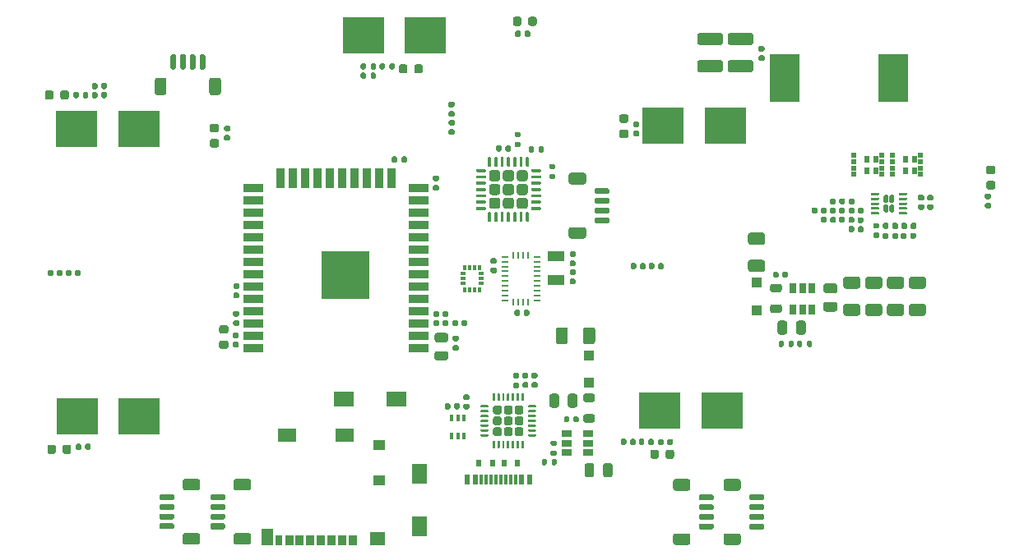
<source format=gbr>
G04 #@! TF.GenerationSoftware,KiCad,Pcbnew,5.1.7-a382d34a8~88~ubuntu18.04.1*
G04 #@! TF.CreationDate,2021-07-04T11:49:53-04:00*
G04 #@! TF.ProjectId,SmallKat v2,536d616c-6c4b-4617-9420-76322e6b6963,rev?*
G04 #@! TF.SameCoordinates,Original*
G04 #@! TF.FileFunction,Paste,Top*
G04 #@! TF.FilePolarity,Positive*
%FSLAX46Y46*%
G04 Gerber Fmt 4.6, Leading zero omitted, Abs format (unit mm)*
G04 Created by KiCad (PCBNEW 5.1.7-a382d34a8~88~ubuntu18.04.1) date 2021-07-04 11:49:53*
%MOMM*%
%LPD*%
G01*
G04 APERTURE LIST*
%ADD10R,0.350000X0.610000*%
%ADD11R,0.610000X0.350000*%
%ADD12R,2.000000X0.900000*%
%ADD13R,0.900000X2.000000*%
%ADD14R,5.000000X5.000000*%
%ADD15R,1.100000X1.100000*%
%ADD16R,1.060000X0.650000*%
%ADD17R,0.650000X1.060000*%
%ADD18R,1.600000X2.000000*%
%ADD19R,2.000000X1.600000*%
%ADD20R,1.900000X1.350000*%
%ADD21R,1.200000X1.000000*%
%ADD22R,1.550000X1.350000*%
%ADD23R,1.170000X1.800000*%
%ADD24R,0.850000X1.100000*%
%ADD25R,0.750000X1.100000*%
%ADD26R,4.240000X3.810000*%
%ADD27R,1.800000X1.000000*%
%ADD28R,0.400000X0.650000*%
%ADD29R,0.630000X0.500000*%
%ADD30R,0.570000X0.738000*%
%ADD31R,3.100000X5.000000*%
%ADD32R,0.620000X1.000000*%
%ADD33R,0.300000X1.000000*%
%ADD34R,0.600000X0.700000*%
%ADD35R,0.254000X0.675000*%
%ADD36R,0.675000X0.254000*%
G04 APERTURE END LIST*
G36*
G01*
X118205000Y-123770000D02*
X117755000Y-123770000D01*
G75*
G02*
X117530000Y-123545000I0J225000D01*
G01*
X117530000Y-123095000D01*
G75*
G02*
X117755000Y-122870000I225000J0D01*
G01*
X118205000Y-122870000D01*
G75*
G02*
X118430000Y-123095000I0J-225000D01*
G01*
X118430000Y-123545000D01*
G75*
G02*
X118205000Y-123770000I-225000J0D01*
G01*
G37*
G36*
G01*
X117085000Y-123770000D02*
X116635000Y-123770000D01*
G75*
G02*
X116410000Y-123545000I0J225000D01*
G01*
X116410000Y-123095000D01*
G75*
G02*
X116635000Y-122870000I225000J0D01*
G01*
X117085000Y-122870000D01*
G75*
G02*
X117310000Y-123095000I0J-225000D01*
G01*
X117310000Y-123545000D01*
G75*
G02*
X117085000Y-123770000I-225000J0D01*
G01*
G37*
G36*
G01*
X115965000Y-123770000D02*
X115515000Y-123770000D01*
G75*
G02*
X115290000Y-123545000I0J225000D01*
G01*
X115290000Y-123095000D01*
G75*
G02*
X115515000Y-122870000I225000J0D01*
G01*
X115965000Y-122870000D01*
G75*
G02*
X116190000Y-123095000I0J-225000D01*
G01*
X116190000Y-123545000D01*
G75*
G02*
X115965000Y-123770000I-225000J0D01*
G01*
G37*
G36*
G01*
X118205000Y-124890000D02*
X117755000Y-124890000D01*
G75*
G02*
X117530000Y-124665000I0J225000D01*
G01*
X117530000Y-124215000D01*
G75*
G02*
X117755000Y-123990000I225000J0D01*
G01*
X118205000Y-123990000D01*
G75*
G02*
X118430000Y-124215000I0J-225000D01*
G01*
X118430000Y-124665000D01*
G75*
G02*
X118205000Y-124890000I-225000J0D01*
G01*
G37*
G36*
G01*
X117085000Y-124890000D02*
X116635000Y-124890000D01*
G75*
G02*
X116410000Y-124665000I0J225000D01*
G01*
X116410000Y-124215000D01*
G75*
G02*
X116635000Y-123990000I225000J0D01*
G01*
X117085000Y-123990000D01*
G75*
G02*
X117310000Y-124215000I0J-225000D01*
G01*
X117310000Y-124665000D01*
G75*
G02*
X117085000Y-124890000I-225000J0D01*
G01*
G37*
G36*
G01*
X115965000Y-124890000D02*
X115515000Y-124890000D01*
G75*
G02*
X115290000Y-124665000I0J225000D01*
G01*
X115290000Y-124215000D01*
G75*
G02*
X115515000Y-123990000I225000J0D01*
G01*
X115965000Y-123990000D01*
G75*
G02*
X116190000Y-124215000I0J-225000D01*
G01*
X116190000Y-124665000D01*
G75*
G02*
X115965000Y-124890000I-225000J0D01*
G01*
G37*
G36*
G01*
X118205000Y-126010000D02*
X117755000Y-126010000D01*
G75*
G02*
X117530000Y-125785000I0J225000D01*
G01*
X117530000Y-125335000D01*
G75*
G02*
X117755000Y-125110000I225000J0D01*
G01*
X118205000Y-125110000D01*
G75*
G02*
X118430000Y-125335000I0J-225000D01*
G01*
X118430000Y-125785000D01*
G75*
G02*
X118205000Y-126010000I-225000J0D01*
G01*
G37*
G36*
G01*
X117085000Y-126010000D02*
X116635000Y-126010000D01*
G75*
G02*
X116410000Y-125785000I0J225000D01*
G01*
X116410000Y-125335000D01*
G75*
G02*
X116635000Y-125110000I225000J0D01*
G01*
X117085000Y-125110000D01*
G75*
G02*
X117310000Y-125335000I0J-225000D01*
G01*
X117310000Y-125785000D01*
G75*
G02*
X117085000Y-126010000I-225000J0D01*
G01*
G37*
G36*
G01*
X115965000Y-126010000D02*
X115515000Y-126010000D01*
G75*
G02*
X115290000Y-125785000I0J225000D01*
G01*
X115290000Y-125335000D01*
G75*
G02*
X115515000Y-125110000I225000J0D01*
G01*
X115965000Y-125110000D01*
G75*
G02*
X116190000Y-125335000I0J-225000D01*
G01*
X116190000Y-125785000D01*
G75*
G02*
X115965000Y-126010000I-225000J0D01*
G01*
G37*
G36*
G01*
X114747500Y-126065000D02*
X114072500Y-126065000D01*
G75*
G02*
X114010000Y-126002500I0J62500D01*
G01*
X114010000Y-125877500D01*
G75*
G02*
X114072500Y-125815000I62500J0D01*
G01*
X114747500Y-125815000D01*
G75*
G02*
X114810000Y-125877500I0J-62500D01*
G01*
X114810000Y-126002500D01*
G75*
G02*
X114747500Y-126065000I-62500J0D01*
G01*
G37*
G36*
G01*
X114747500Y-125565000D02*
X114072500Y-125565000D01*
G75*
G02*
X114010000Y-125502500I0J62500D01*
G01*
X114010000Y-125377500D01*
G75*
G02*
X114072500Y-125315000I62500J0D01*
G01*
X114747500Y-125315000D01*
G75*
G02*
X114810000Y-125377500I0J-62500D01*
G01*
X114810000Y-125502500D01*
G75*
G02*
X114747500Y-125565000I-62500J0D01*
G01*
G37*
G36*
G01*
X114747500Y-125065000D02*
X114072500Y-125065000D01*
G75*
G02*
X114010000Y-125002500I0J62500D01*
G01*
X114010000Y-124877500D01*
G75*
G02*
X114072500Y-124815000I62500J0D01*
G01*
X114747500Y-124815000D01*
G75*
G02*
X114810000Y-124877500I0J-62500D01*
G01*
X114810000Y-125002500D01*
G75*
G02*
X114747500Y-125065000I-62500J0D01*
G01*
G37*
G36*
G01*
X114747500Y-124565000D02*
X114072500Y-124565000D01*
G75*
G02*
X114010000Y-124502500I0J62500D01*
G01*
X114010000Y-124377500D01*
G75*
G02*
X114072500Y-124315000I62500J0D01*
G01*
X114747500Y-124315000D01*
G75*
G02*
X114810000Y-124377500I0J-62500D01*
G01*
X114810000Y-124502500D01*
G75*
G02*
X114747500Y-124565000I-62500J0D01*
G01*
G37*
G36*
G01*
X114747500Y-124065000D02*
X114072500Y-124065000D01*
G75*
G02*
X114010000Y-124002500I0J62500D01*
G01*
X114010000Y-123877500D01*
G75*
G02*
X114072500Y-123815000I62500J0D01*
G01*
X114747500Y-123815000D01*
G75*
G02*
X114810000Y-123877500I0J-62500D01*
G01*
X114810000Y-124002500D01*
G75*
G02*
X114747500Y-124065000I-62500J0D01*
G01*
G37*
G36*
G01*
X114747500Y-123565000D02*
X114072500Y-123565000D01*
G75*
G02*
X114010000Y-123502500I0J62500D01*
G01*
X114010000Y-123377500D01*
G75*
G02*
X114072500Y-123315000I62500J0D01*
G01*
X114747500Y-123315000D01*
G75*
G02*
X114810000Y-123377500I0J-62500D01*
G01*
X114810000Y-123502500D01*
G75*
G02*
X114747500Y-123565000I-62500J0D01*
G01*
G37*
G36*
G01*
X114747500Y-123065000D02*
X114072500Y-123065000D01*
G75*
G02*
X114010000Y-123002500I0J62500D01*
G01*
X114010000Y-122877500D01*
G75*
G02*
X114072500Y-122815000I62500J0D01*
G01*
X114747500Y-122815000D01*
G75*
G02*
X114810000Y-122877500I0J-62500D01*
G01*
X114810000Y-123002500D01*
G75*
G02*
X114747500Y-123065000I-62500J0D01*
G01*
G37*
G36*
G01*
X115422500Y-122390000D02*
X115297500Y-122390000D01*
G75*
G02*
X115235000Y-122327500I0J62500D01*
G01*
X115235000Y-121652500D01*
G75*
G02*
X115297500Y-121590000I62500J0D01*
G01*
X115422500Y-121590000D01*
G75*
G02*
X115485000Y-121652500I0J-62500D01*
G01*
X115485000Y-122327500D01*
G75*
G02*
X115422500Y-122390000I-62500J0D01*
G01*
G37*
G36*
G01*
X115922500Y-122390000D02*
X115797500Y-122390000D01*
G75*
G02*
X115735000Y-122327500I0J62500D01*
G01*
X115735000Y-121652500D01*
G75*
G02*
X115797500Y-121590000I62500J0D01*
G01*
X115922500Y-121590000D01*
G75*
G02*
X115985000Y-121652500I0J-62500D01*
G01*
X115985000Y-122327500D01*
G75*
G02*
X115922500Y-122390000I-62500J0D01*
G01*
G37*
G36*
G01*
X116422500Y-122390000D02*
X116297500Y-122390000D01*
G75*
G02*
X116235000Y-122327500I0J62500D01*
G01*
X116235000Y-121652500D01*
G75*
G02*
X116297500Y-121590000I62500J0D01*
G01*
X116422500Y-121590000D01*
G75*
G02*
X116485000Y-121652500I0J-62500D01*
G01*
X116485000Y-122327500D01*
G75*
G02*
X116422500Y-122390000I-62500J0D01*
G01*
G37*
G36*
G01*
X116922500Y-122390000D02*
X116797500Y-122390000D01*
G75*
G02*
X116735000Y-122327500I0J62500D01*
G01*
X116735000Y-121652500D01*
G75*
G02*
X116797500Y-121590000I62500J0D01*
G01*
X116922500Y-121590000D01*
G75*
G02*
X116985000Y-121652500I0J-62500D01*
G01*
X116985000Y-122327500D01*
G75*
G02*
X116922500Y-122390000I-62500J0D01*
G01*
G37*
G36*
G01*
X117422500Y-122390000D02*
X117297500Y-122390000D01*
G75*
G02*
X117235000Y-122327500I0J62500D01*
G01*
X117235000Y-121652500D01*
G75*
G02*
X117297500Y-121590000I62500J0D01*
G01*
X117422500Y-121590000D01*
G75*
G02*
X117485000Y-121652500I0J-62500D01*
G01*
X117485000Y-122327500D01*
G75*
G02*
X117422500Y-122390000I-62500J0D01*
G01*
G37*
G36*
G01*
X117922500Y-122390000D02*
X117797500Y-122390000D01*
G75*
G02*
X117735000Y-122327500I0J62500D01*
G01*
X117735000Y-121652500D01*
G75*
G02*
X117797500Y-121590000I62500J0D01*
G01*
X117922500Y-121590000D01*
G75*
G02*
X117985000Y-121652500I0J-62500D01*
G01*
X117985000Y-122327500D01*
G75*
G02*
X117922500Y-122390000I-62500J0D01*
G01*
G37*
G36*
G01*
X118422500Y-122390000D02*
X118297500Y-122390000D01*
G75*
G02*
X118235000Y-122327500I0J62500D01*
G01*
X118235000Y-121652500D01*
G75*
G02*
X118297500Y-121590000I62500J0D01*
G01*
X118422500Y-121590000D01*
G75*
G02*
X118485000Y-121652500I0J-62500D01*
G01*
X118485000Y-122327500D01*
G75*
G02*
X118422500Y-122390000I-62500J0D01*
G01*
G37*
G36*
G01*
X119647500Y-123065000D02*
X118972500Y-123065000D01*
G75*
G02*
X118910000Y-123002500I0J62500D01*
G01*
X118910000Y-122877500D01*
G75*
G02*
X118972500Y-122815000I62500J0D01*
G01*
X119647500Y-122815000D01*
G75*
G02*
X119710000Y-122877500I0J-62500D01*
G01*
X119710000Y-123002500D01*
G75*
G02*
X119647500Y-123065000I-62500J0D01*
G01*
G37*
G36*
G01*
X119647500Y-123565000D02*
X118972500Y-123565000D01*
G75*
G02*
X118910000Y-123502500I0J62500D01*
G01*
X118910000Y-123377500D01*
G75*
G02*
X118972500Y-123315000I62500J0D01*
G01*
X119647500Y-123315000D01*
G75*
G02*
X119710000Y-123377500I0J-62500D01*
G01*
X119710000Y-123502500D01*
G75*
G02*
X119647500Y-123565000I-62500J0D01*
G01*
G37*
G36*
G01*
X119647500Y-124065000D02*
X118972500Y-124065000D01*
G75*
G02*
X118910000Y-124002500I0J62500D01*
G01*
X118910000Y-123877500D01*
G75*
G02*
X118972500Y-123815000I62500J0D01*
G01*
X119647500Y-123815000D01*
G75*
G02*
X119710000Y-123877500I0J-62500D01*
G01*
X119710000Y-124002500D01*
G75*
G02*
X119647500Y-124065000I-62500J0D01*
G01*
G37*
G36*
G01*
X119647500Y-124565000D02*
X118972500Y-124565000D01*
G75*
G02*
X118910000Y-124502500I0J62500D01*
G01*
X118910000Y-124377500D01*
G75*
G02*
X118972500Y-124315000I62500J0D01*
G01*
X119647500Y-124315000D01*
G75*
G02*
X119710000Y-124377500I0J-62500D01*
G01*
X119710000Y-124502500D01*
G75*
G02*
X119647500Y-124565000I-62500J0D01*
G01*
G37*
G36*
G01*
X119647500Y-125065000D02*
X118972500Y-125065000D01*
G75*
G02*
X118910000Y-125002500I0J62500D01*
G01*
X118910000Y-124877500D01*
G75*
G02*
X118972500Y-124815000I62500J0D01*
G01*
X119647500Y-124815000D01*
G75*
G02*
X119710000Y-124877500I0J-62500D01*
G01*
X119710000Y-125002500D01*
G75*
G02*
X119647500Y-125065000I-62500J0D01*
G01*
G37*
G36*
G01*
X119647500Y-125565000D02*
X118972500Y-125565000D01*
G75*
G02*
X118910000Y-125502500I0J62500D01*
G01*
X118910000Y-125377500D01*
G75*
G02*
X118972500Y-125315000I62500J0D01*
G01*
X119647500Y-125315000D01*
G75*
G02*
X119710000Y-125377500I0J-62500D01*
G01*
X119710000Y-125502500D01*
G75*
G02*
X119647500Y-125565000I-62500J0D01*
G01*
G37*
G36*
G01*
X119647500Y-126065000D02*
X118972500Y-126065000D01*
G75*
G02*
X118910000Y-126002500I0J62500D01*
G01*
X118910000Y-125877500D01*
G75*
G02*
X118972500Y-125815000I62500J0D01*
G01*
X119647500Y-125815000D01*
G75*
G02*
X119710000Y-125877500I0J-62500D01*
G01*
X119710000Y-126002500D01*
G75*
G02*
X119647500Y-126065000I-62500J0D01*
G01*
G37*
G36*
G01*
X118422500Y-127290000D02*
X118297500Y-127290000D01*
G75*
G02*
X118235000Y-127227500I0J62500D01*
G01*
X118235000Y-126552500D01*
G75*
G02*
X118297500Y-126490000I62500J0D01*
G01*
X118422500Y-126490000D01*
G75*
G02*
X118485000Y-126552500I0J-62500D01*
G01*
X118485000Y-127227500D01*
G75*
G02*
X118422500Y-127290000I-62500J0D01*
G01*
G37*
G36*
G01*
X117922500Y-127290000D02*
X117797500Y-127290000D01*
G75*
G02*
X117735000Y-127227500I0J62500D01*
G01*
X117735000Y-126552500D01*
G75*
G02*
X117797500Y-126490000I62500J0D01*
G01*
X117922500Y-126490000D01*
G75*
G02*
X117985000Y-126552500I0J-62500D01*
G01*
X117985000Y-127227500D01*
G75*
G02*
X117922500Y-127290000I-62500J0D01*
G01*
G37*
G36*
G01*
X117422500Y-127290000D02*
X117297500Y-127290000D01*
G75*
G02*
X117235000Y-127227500I0J62500D01*
G01*
X117235000Y-126552500D01*
G75*
G02*
X117297500Y-126490000I62500J0D01*
G01*
X117422500Y-126490000D01*
G75*
G02*
X117485000Y-126552500I0J-62500D01*
G01*
X117485000Y-127227500D01*
G75*
G02*
X117422500Y-127290000I-62500J0D01*
G01*
G37*
G36*
G01*
X116922500Y-127290000D02*
X116797500Y-127290000D01*
G75*
G02*
X116735000Y-127227500I0J62500D01*
G01*
X116735000Y-126552500D01*
G75*
G02*
X116797500Y-126490000I62500J0D01*
G01*
X116922500Y-126490000D01*
G75*
G02*
X116985000Y-126552500I0J-62500D01*
G01*
X116985000Y-127227500D01*
G75*
G02*
X116922500Y-127290000I-62500J0D01*
G01*
G37*
G36*
G01*
X116422500Y-127290000D02*
X116297500Y-127290000D01*
G75*
G02*
X116235000Y-127227500I0J62500D01*
G01*
X116235000Y-126552500D01*
G75*
G02*
X116297500Y-126490000I62500J0D01*
G01*
X116422500Y-126490000D01*
G75*
G02*
X116485000Y-126552500I0J-62500D01*
G01*
X116485000Y-127227500D01*
G75*
G02*
X116422500Y-127290000I-62500J0D01*
G01*
G37*
G36*
G01*
X115922500Y-127290000D02*
X115797500Y-127290000D01*
G75*
G02*
X115735000Y-127227500I0J62500D01*
G01*
X115735000Y-126552500D01*
G75*
G02*
X115797500Y-126490000I62500J0D01*
G01*
X115922500Y-126490000D01*
G75*
G02*
X115985000Y-126552500I0J-62500D01*
G01*
X115985000Y-127227500D01*
G75*
G02*
X115922500Y-127290000I-62500J0D01*
G01*
G37*
G36*
G01*
X115422500Y-127290000D02*
X115297500Y-127290000D01*
G75*
G02*
X115235000Y-127227500I0J62500D01*
G01*
X115235000Y-126552500D01*
G75*
G02*
X115297500Y-126490000I62500J0D01*
G01*
X115422500Y-126490000D01*
G75*
G02*
X115485000Y-126552500I0J-62500D01*
G01*
X115485000Y-127227500D01*
G75*
G02*
X115422500Y-127290000I-62500J0D01*
G01*
G37*
D10*
X112410000Y-110938800D03*
X112910000Y-110938800D03*
X113410000Y-110938800D03*
X113910000Y-110938800D03*
D11*
X114070000Y-110278800D03*
X114070000Y-109778800D03*
X114070000Y-109278800D03*
D10*
X113910000Y-108618800D03*
X113410000Y-108618800D03*
X112910000Y-108618800D03*
X112410000Y-108618800D03*
D11*
X112250000Y-109278800D03*
X112250000Y-109778800D03*
X112250000Y-110278800D03*
G36*
G01*
X124555000Y-116295000D02*
X124555000Y-115045000D01*
G75*
G02*
X124805000Y-114795000I250000J0D01*
G01*
X125555000Y-114795000D01*
G75*
G02*
X125805000Y-115045000I0J-250000D01*
G01*
X125805000Y-116295000D01*
G75*
G02*
X125555000Y-116545000I-250000J0D01*
G01*
X124805000Y-116545000D01*
G75*
G02*
X124555000Y-116295000I0J250000D01*
G01*
G37*
G36*
G01*
X121755000Y-116295000D02*
X121755000Y-115045000D01*
G75*
G02*
X122005000Y-114795000I250000J0D01*
G01*
X122755000Y-114795000D01*
G75*
G02*
X123005000Y-115045000I0J-250000D01*
G01*
X123005000Y-116295000D01*
G75*
G02*
X122755000Y-116545000I-250000J0D01*
G01*
X122005000Y-116545000D01*
G75*
G02*
X121755000Y-116295000I0J250000D01*
G01*
G37*
G36*
G01*
X141795000Y-107835000D02*
X143045000Y-107835000D01*
G75*
G02*
X143295000Y-108085000I0J-250000D01*
G01*
X143295000Y-108835000D01*
G75*
G02*
X143045000Y-109085000I-250000J0D01*
G01*
X141795000Y-109085000D01*
G75*
G02*
X141545000Y-108835000I0J250000D01*
G01*
X141545000Y-108085000D01*
G75*
G02*
X141795000Y-107835000I250000J0D01*
G01*
G37*
G36*
G01*
X141795000Y-105035000D02*
X143045000Y-105035000D01*
G75*
G02*
X143295000Y-105285000I0J-250000D01*
G01*
X143295000Y-106035000D01*
G75*
G02*
X143045000Y-106285000I-250000J0D01*
G01*
X141795000Y-106285000D01*
G75*
G02*
X141545000Y-106035000I0J250000D01*
G01*
X141545000Y-105285000D01*
G75*
G02*
X141795000Y-105035000I250000J0D01*
G01*
G37*
G36*
G01*
X81680000Y-89304999D02*
X81680000Y-90605001D01*
G75*
G02*
X81430001Y-90855000I-249999J0D01*
G01*
X80729999Y-90855000D01*
G75*
G02*
X80480000Y-90605001I0J249999D01*
G01*
X80480000Y-89304999D01*
G75*
G02*
X80729999Y-89055000I249999J0D01*
G01*
X81430001Y-89055000D01*
G75*
G02*
X81680000Y-89304999I0J-249999D01*
G01*
G37*
G36*
G01*
X87280000Y-89304999D02*
X87280000Y-90605001D01*
G75*
G02*
X87030001Y-90855000I-249999J0D01*
G01*
X86329999Y-90855000D01*
G75*
G02*
X86080000Y-90605001I0J249999D01*
G01*
X86080000Y-89304999D01*
G75*
G02*
X86329999Y-89055000I249999J0D01*
G01*
X87030001Y-89055000D01*
G75*
G02*
X87280000Y-89304999I0J-249999D01*
G01*
G37*
G36*
G01*
X82680000Y-86805000D02*
X82680000Y-88055000D01*
G75*
G02*
X82530000Y-88205000I-150000J0D01*
G01*
X82230000Y-88205000D01*
G75*
G02*
X82080000Y-88055000I0J150000D01*
G01*
X82080000Y-86805000D01*
G75*
G02*
X82230000Y-86655000I150000J0D01*
G01*
X82530000Y-86655000D01*
G75*
G02*
X82680000Y-86805000I0J-150000D01*
G01*
G37*
G36*
G01*
X83680000Y-86805000D02*
X83680000Y-88055000D01*
G75*
G02*
X83530000Y-88205000I-150000J0D01*
G01*
X83230000Y-88205000D01*
G75*
G02*
X83080000Y-88055000I0J150000D01*
G01*
X83080000Y-86805000D01*
G75*
G02*
X83230000Y-86655000I150000J0D01*
G01*
X83530000Y-86655000D01*
G75*
G02*
X83680000Y-86805000I0J-150000D01*
G01*
G37*
G36*
G01*
X84680000Y-86805000D02*
X84680000Y-88055000D01*
G75*
G02*
X84530000Y-88205000I-150000J0D01*
G01*
X84230000Y-88205000D01*
G75*
G02*
X84080000Y-88055000I0J150000D01*
G01*
X84080000Y-86805000D01*
G75*
G02*
X84230000Y-86655000I150000J0D01*
G01*
X84530000Y-86655000D01*
G75*
G02*
X84680000Y-86805000I0J-150000D01*
G01*
G37*
G36*
G01*
X85680000Y-86805000D02*
X85680000Y-88055000D01*
G75*
G02*
X85530000Y-88205000I-150000J0D01*
G01*
X85230000Y-88205000D01*
G75*
G02*
X85080000Y-88055000I0J150000D01*
G01*
X85080000Y-86805000D01*
G75*
G02*
X85230000Y-86655000I150000J0D01*
G01*
X85530000Y-86655000D01*
G75*
G02*
X85680000Y-86805000I0J-150000D01*
G01*
G37*
G36*
G01*
X83589999Y-136010000D02*
X84890001Y-136010000D01*
G75*
G02*
X85140000Y-136259999I0J-249999D01*
G01*
X85140000Y-136960001D01*
G75*
G02*
X84890001Y-137210000I-249999J0D01*
G01*
X83589999Y-137210000D01*
G75*
G02*
X83340000Y-136960001I0J249999D01*
G01*
X83340000Y-136259999D01*
G75*
G02*
X83589999Y-136010000I249999J0D01*
G01*
G37*
G36*
G01*
X83589999Y-130410000D02*
X84890001Y-130410000D01*
G75*
G02*
X85140000Y-130659999I0J-249999D01*
G01*
X85140000Y-131360001D01*
G75*
G02*
X84890001Y-131610000I-249999J0D01*
G01*
X83589999Y-131610000D01*
G75*
G02*
X83340000Y-131360001I0J249999D01*
G01*
X83340000Y-130659999D01*
G75*
G02*
X83589999Y-130410000I249999J0D01*
G01*
G37*
G36*
G01*
X81090000Y-135010000D02*
X82340000Y-135010000D01*
G75*
G02*
X82490000Y-135160000I0J-150000D01*
G01*
X82490000Y-135460000D01*
G75*
G02*
X82340000Y-135610000I-150000J0D01*
G01*
X81090000Y-135610000D01*
G75*
G02*
X80940000Y-135460000I0J150000D01*
G01*
X80940000Y-135160000D01*
G75*
G02*
X81090000Y-135010000I150000J0D01*
G01*
G37*
G36*
G01*
X81090000Y-134010000D02*
X82340000Y-134010000D01*
G75*
G02*
X82490000Y-134160000I0J-150000D01*
G01*
X82490000Y-134460000D01*
G75*
G02*
X82340000Y-134610000I-150000J0D01*
G01*
X81090000Y-134610000D01*
G75*
G02*
X80940000Y-134460000I0J150000D01*
G01*
X80940000Y-134160000D01*
G75*
G02*
X81090000Y-134010000I150000J0D01*
G01*
G37*
G36*
G01*
X81090000Y-133010000D02*
X82340000Y-133010000D01*
G75*
G02*
X82490000Y-133160000I0J-150000D01*
G01*
X82490000Y-133460000D01*
G75*
G02*
X82340000Y-133610000I-150000J0D01*
G01*
X81090000Y-133610000D01*
G75*
G02*
X80940000Y-133460000I0J150000D01*
G01*
X80940000Y-133160000D01*
G75*
G02*
X81090000Y-133010000I150000J0D01*
G01*
G37*
G36*
G01*
X81090000Y-132010000D02*
X82340000Y-132010000D01*
G75*
G02*
X82490000Y-132160000I0J-150000D01*
G01*
X82490000Y-132460000D01*
G75*
G02*
X82340000Y-132610000I-150000J0D01*
G01*
X81090000Y-132610000D01*
G75*
G02*
X80940000Y-132460000I0J150000D01*
G01*
X80940000Y-132160000D01*
G75*
G02*
X81090000Y-132010000I150000J0D01*
G01*
G37*
G36*
G01*
X140560001Y-131640000D02*
X139259999Y-131640000D01*
G75*
G02*
X139010000Y-131390001I0J249999D01*
G01*
X139010000Y-130689999D01*
G75*
G02*
X139259999Y-130440000I249999J0D01*
G01*
X140560001Y-130440000D01*
G75*
G02*
X140810000Y-130689999I0J-249999D01*
G01*
X140810000Y-131390001D01*
G75*
G02*
X140560001Y-131640000I-249999J0D01*
G01*
G37*
G36*
G01*
X140560001Y-137240000D02*
X139259999Y-137240000D01*
G75*
G02*
X139010000Y-136990001I0J249999D01*
G01*
X139010000Y-136289999D01*
G75*
G02*
X139259999Y-136040000I249999J0D01*
G01*
X140560001Y-136040000D01*
G75*
G02*
X140810000Y-136289999I0J-249999D01*
G01*
X140810000Y-136990001D01*
G75*
G02*
X140560001Y-137240000I-249999J0D01*
G01*
G37*
G36*
G01*
X143060000Y-132640000D02*
X141810000Y-132640000D01*
G75*
G02*
X141660000Y-132490000I0J150000D01*
G01*
X141660000Y-132190000D01*
G75*
G02*
X141810000Y-132040000I150000J0D01*
G01*
X143060000Y-132040000D01*
G75*
G02*
X143210000Y-132190000I0J-150000D01*
G01*
X143210000Y-132490000D01*
G75*
G02*
X143060000Y-132640000I-150000J0D01*
G01*
G37*
G36*
G01*
X143060000Y-133640000D02*
X141810000Y-133640000D01*
G75*
G02*
X141660000Y-133490000I0J150000D01*
G01*
X141660000Y-133190000D01*
G75*
G02*
X141810000Y-133040000I150000J0D01*
G01*
X143060000Y-133040000D01*
G75*
G02*
X143210000Y-133190000I0J-150000D01*
G01*
X143210000Y-133490000D01*
G75*
G02*
X143060000Y-133640000I-150000J0D01*
G01*
G37*
G36*
G01*
X143060000Y-134640000D02*
X141810000Y-134640000D01*
G75*
G02*
X141660000Y-134490000I0J150000D01*
G01*
X141660000Y-134190000D01*
G75*
G02*
X141810000Y-134040000I150000J0D01*
G01*
X143060000Y-134040000D01*
G75*
G02*
X143210000Y-134190000I0J-150000D01*
G01*
X143210000Y-134490000D01*
G75*
G02*
X143060000Y-134640000I-150000J0D01*
G01*
G37*
G36*
G01*
X143060000Y-135640000D02*
X141810000Y-135640000D01*
G75*
G02*
X141660000Y-135490000I0J150000D01*
G01*
X141660000Y-135190000D01*
G75*
G02*
X141810000Y-135040000I150000J0D01*
G01*
X143060000Y-135040000D01*
G75*
G02*
X143210000Y-135190000I0J-150000D01*
G01*
X143210000Y-135490000D01*
G75*
G02*
X143060000Y-135640000I-150000J0D01*
G01*
G37*
G36*
G01*
X124630001Y-100060000D02*
X123329999Y-100060000D01*
G75*
G02*
X123080000Y-99810001I0J249999D01*
G01*
X123080000Y-99109999D01*
G75*
G02*
X123329999Y-98860000I249999J0D01*
G01*
X124630001Y-98860000D01*
G75*
G02*
X124880000Y-99109999I0J-249999D01*
G01*
X124880000Y-99810001D01*
G75*
G02*
X124630001Y-100060000I-249999J0D01*
G01*
G37*
G36*
G01*
X124630001Y-105660000D02*
X123329999Y-105660000D01*
G75*
G02*
X123080000Y-105410001I0J249999D01*
G01*
X123080000Y-104709999D01*
G75*
G02*
X123329999Y-104460000I249999J0D01*
G01*
X124630001Y-104460000D01*
G75*
G02*
X124880000Y-104709999I0J-249999D01*
G01*
X124880000Y-105410001D01*
G75*
G02*
X124630001Y-105660000I-249999J0D01*
G01*
G37*
G36*
G01*
X127130000Y-101060000D02*
X125880000Y-101060000D01*
G75*
G02*
X125730000Y-100910000I0J150000D01*
G01*
X125730000Y-100610000D01*
G75*
G02*
X125880000Y-100460000I150000J0D01*
G01*
X127130000Y-100460000D01*
G75*
G02*
X127280000Y-100610000I0J-150000D01*
G01*
X127280000Y-100910000D01*
G75*
G02*
X127130000Y-101060000I-150000J0D01*
G01*
G37*
G36*
G01*
X127130000Y-102060000D02*
X125880000Y-102060000D01*
G75*
G02*
X125730000Y-101910000I0J150000D01*
G01*
X125730000Y-101610000D01*
G75*
G02*
X125880000Y-101460000I150000J0D01*
G01*
X127130000Y-101460000D01*
G75*
G02*
X127280000Y-101610000I0J-150000D01*
G01*
X127280000Y-101910000D01*
G75*
G02*
X127130000Y-102060000I-150000J0D01*
G01*
G37*
G36*
G01*
X127130000Y-103060000D02*
X125880000Y-103060000D01*
G75*
G02*
X125730000Y-102910000I0J150000D01*
G01*
X125730000Y-102610000D01*
G75*
G02*
X125880000Y-102460000I150000J0D01*
G01*
X127130000Y-102460000D01*
G75*
G02*
X127280000Y-102610000I0J-150000D01*
G01*
X127280000Y-102910000D01*
G75*
G02*
X127130000Y-103060000I-150000J0D01*
G01*
G37*
G36*
G01*
X127130000Y-104060000D02*
X125880000Y-104060000D01*
G75*
G02*
X125730000Y-103910000I0J150000D01*
G01*
X125730000Y-103610000D01*
G75*
G02*
X125880000Y-103460000I150000J0D01*
G01*
X127130000Y-103460000D01*
G75*
G02*
X127280000Y-103610000I0J-150000D01*
G01*
X127280000Y-103910000D01*
G75*
G02*
X127130000Y-104060000I-150000J0D01*
G01*
G37*
G36*
G01*
X88839999Y-136020000D02*
X90140001Y-136020000D01*
G75*
G02*
X90390000Y-136269999I0J-249999D01*
G01*
X90390000Y-136970001D01*
G75*
G02*
X90140001Y-137220000I-249999J0D01*
G01*
X88839999Y-137220000D01*
G75*
G02*
X88590000Y-136970001I0J249999D01*
G01*
X88590000Y-136269999D01*
G75*
G02*
X88839999Y-136020000I249999J0D01*
G01*
G37*
G36*
G01*
X88839999Y-130420000D02*
X90140001Y-130420000D01*
G75*
G02*
X90390000Y-130669999I0J-249999D01*
G01*
X90390000Y-131370001D01*
G75*
G02*
X90140001Y-131620000I-249999J0D01*
G01*
X88839999Y-131620000D01*
G75*
G02*
X88590000Y-131370001I0J249999D01*
G01*
X88590000Y-130669999D01*
G75*
G02*
X88839999Y-130420000I249999J0D01*
G01*
G37*
G36*
G01*
X86340000Y-135020000D02*
X87590000Y-135020000D01*
G75*
G02*
X87740000Y-135170000I0J-150000D01*
G01*
X87740000Y-135470000D01*
G75*
G02*
X87590000Y-135620000I-150000J0D01*
G01*
X86340000Y-135620000D01*
G75*
G02*
X86190000Y-135470000I0J150000D01*
G01*
X86190000Y-135170000D01*
G75*
G02*
X86340000Y-135020000I150000J0D01*
G01*
G37*
G36*
G01*
X86340000Y-134020000D02*
X87590000Y-134020000D01*
G75*
G02*
X87740000Y-134170000I0J-150000D01*
G01*
X87740000Y-134470000D01*
G75*
G02*
X87590000Y-134620000I-150000J0D01*
G01*
X86340000Y-134620000D01*
G75*
G02*
X86190000Y-134470000I0J150000D01*
G01*
X86190000Y-134170000D01*
G75*
G02*
X86340000Y-134020000I150000J0D01*
G01*
G37*
G36*
G01*
X86340000Y-133020000D02*
X87590000Y-133020000D01*
G75*
G02*
X87740000Y-133170000I0J-150000D01*
G01*
X87740000Y-133470000D01*
G75*
G02*
X87590000Y-133620000I-150000J0D01*
G01*
X86340000Y-133620000D01*
G75*
G02*
X86190000Y-133470000I0J150000D01*
G01*
X86190000Y-133170000D01*
G75*
G02*
X86340000Y-133020000I150000J0D01*
G01*
G37*
G36*
G01*
X86340000Y-132020000D02*
X87590000Y-132020000D01*
G75*
G02*
X87740000Y-132170000I0J-150000D01*
G01*
X87740000Y-132470000D01*
G75*
G02*
X87590000Y-132620000I-150000J0D01*
G01*
X86340000Y-132620000D01*
G75*
G02*
X86190000Y-132470000I0J150000D01*
G01*
X86190000Y-132170000D01*
G75*
G02*
X86340000Y-132020000I150000J0D01*
G01*
G37*
G36*
G01*
X135370001Y-131640000D02*
X134069999Y-131640000D01*
G75*
G02*
X133820000Y-131390001I0J249999D01*
G01*
X133820000Y-130689999D01*
G75*
G02*
X134069999Y-130440000I249999J0D01*
G01*
X135370001Y-130440000D01*
G75*
G02*
X135620000Y-130689999I0J-249999D01*
G01*
X135620000Y-131390001D01*
G75*
G02*
X135370001Y-131640000I-249999J0D01*
G01*
G37*
G36*
G01*
X135370001Y-137240000D02*
X134069999Y-137240000D01*
G75*
G02*
X133820000Y-136990001I0J249999D01*
G01*
X133820000Y-136289999D01*
G75*
G02*
X134069999Y-136040000I249999J0D01*
G01*
X135370001Y-136040000D01*
G75*
G02*
X135620000Y-136289999I0J-249999D01*
G01*
X135620000Y-136990001D01*
G75*
G02*
X135370001Y-137240000I-249999J0D01*
G01*
G37*
G36*
G01*
X137870000Y-132640000D02*
X136620000Y-132640000D01*
G75*
G02*
X136470000Y-132490000I0J150000D01*
G01*
X136470000Y-132190000D01*
G75*
G02*
X136620000Y-132040000I150000J0D01*
G01*
X137870000Y-132040000D01*
G75*
G02*
X138020000Y-132190000I0J-150000D01*
G01*
X138020000Y-132490000D01*
G75*
G02*
X137870000Y-132640000I-150000J0D01*
G01*
G37*
G36*
G01*
X137870000Y-133640000D02*
X136620000Y-133640000D01*
G75*
G02*
X136470000Y-133490000I0J150000D01*
G01*
X136470000Y-133190000D01*
G75*
G02*
X136620000Y-133040000I150000J0D01*
G01*
X137870000Y-133040000D01*
G75*
G02*
X138020000Y-133190000I0J-150000D01*
G01*
X138020000Y-133490000D01*
G75*
G02*
X137870000Y-133640000I-150000J0D01*
G01*
G37*
G36*
G01*
X137870000Y-134640000D02*
X136620000Y-134640000D01*
G75*
G02*
X136470000Y-134490000I0J150000D01*
G01*
X136470000Y-134190000D01*
G75*
G02*
X136620000Y-134040000I150000J0D01*
G01*
X137870000Y-134040000D01*
G75*
G02*
X138020000Y-134190000I0J-150000D01*
G01*
X138020000Y-134490000D01*
G75*
G02*
X137870000Y-134640000I-150000J0D01*
G01*
G37*
G36*
G01*
X137870000Y-135640000D02*
X136620000Y-135640000D01*
G75*
G02*
X136470000Y-135490000I0J150000D01*
G01*
X136470000Y-135190000D01*
G75*
G02*
X136620000Y-135040000I150000J0D01*
G01*
X137870000Y-135040000D01*
G75*
G02*
X138020000Y-135190000I0J-150000D01*
G01*
X138020000Y-135490000D01*
G75*
G02*
X137870000Y-135640000I-150000J0D01*
G01*
G37*
G36*
G01*
X121575000Y-98500000D02*
X121205000Y-98500000D01*
G75*
G02*
X121070000Y-98365000I0J135000D01*
G01*
X121070000Y-98095000D01*
G75*
G02*
X121205000Y-97960000I135000J0D01*
G01*
X121575000Y-97960000D01*
G75*
G02*
X121710000Y-98095000I0J-135000D01*
G01*
X121710000Y-98365000D01*
G75*
G02*
X121575000Y-98500000I-135000J0D01*
G01*
G37*
G36*
G01*
X121575000Y-99520000D02*
X121205000Y-99520000D01*
G75*
G02*
X121070000Y-99385000I0J135000D01*
G01*
X121070000Y-99115000D01*
G75*
G02*
X121205000Y-98980000I135000J0D01*
G01*
X121575000Y-98980000D01*
G75*
G02*
X121710000Y-99115000I0J-135000D01*
G01*
X121710000Y-99385000D01*
G75*
G02*
X121575000Y-99520000I-135000J0D01*
G01*
G37*
D12*
X90610800Y-116916200D03*
X90610800Y-115646200D03*
X90610800Y-114376200D03*
X90610800Y-113106200D03*
X90610800Y-111836200D03*
X90610800Y-110566200D03*
X90610800Y-109296200D03*
X90610800Y-108026200D03*
X90610800Y-106756200D03*
X90610800Y-105486200D03*
X90610800Y-104216200D03*
X90610800Y-102946200D03*
X90610800Y-101676200D03*
X90610800Y-100406200D03*
D13*
X93395800Y-99406200D03*
X94665800Y-99406200D03*
X95935800Y-99406200D03*
X97205800Y-99406200D03*
X98475800Y-99406200D03*
X99745800Y-99406200D03*
X101015800Y-99406200D03*
X102285800Y-99406200D03*
X103555800Y-99406200D03*
X104825800Y-99406200D03*
D12*
X107610800Y-100406200D03*
X107610800Y-101676200D03*
X107610800Y-102946200D03*
X107610800Y-104216200D03*
X107610800Y-105486200D03*
X107610800Y-106756200D03*
X107610800Y-108026200D03*
X107610800Y-109296200D03*
X107610800Y-110566200D03*
X107610800Y-111836200D03*
X107610800Y-113106200D03*
X107610800Y-114376200D03*
X107610800Y-115646200D03*
X107610800Y-116916200D03*
D14*
X100110800Y-109416200D03*
D15*
X142410000Y-113010000D03*
X142410000Y-110210000D03*
X125190000Y-120510000D03*
X125190000Y-117710000D03*
D16*
X125090000Y-126740000D03*
X125090000Y-125790000D03*
X125090000Y-127690000D03*
X122890000Y-127690000D03*
X122890000Y-126740000D03*
X122890000Y-125790000D03*
G36*
G01*
X145710000Y-116685000D02*
X145710000Y-116315000D01*
G75*
G02*
X145845000Y-116180000I135000J0D01*
G01*
X146115000Y-116180000D01*
G75*
G02*
X146250000Y-116315000I0J-135000D01*
G01*
X146250000Y-116685000D01*
G75*
G02*
X146115000Y-116820000I-135000J0D01*
G01*
X145845000Y-116820000D01*
G75*
G02*
X145710000Y-116685000I0J135000D01*
G01*
G37*
G36*
G01*
X144690000Y-116685000D02*
X144690000Y-116315000D01*
G75*
G02*
X144825000Y-116180000I135000J0D01*
G01*
X145095000Y-116180000D01*
G75*
G02*
X145230000Y-116315000I0J-135000D01*
G01*
X145230000Y-116685000D01*
G75*
G02*
X145095000Y-116820000I-135000J0D01*
G01*
X144825000Y-116820000D01*
G75*
G02*
X144690000Y-116685000I0J135000D01*
G01*
G37*
G36*
G01*
X147120000Y-116315000D02*
X147120000Y-116685000D01*
G75*
G02*
X146985000Y-116820000I-135000J0D01*
G01*
X146715000Y-116820000D01*
G75*
G02*
X146580000Y-116685000I0J135000D01*
G01*
X146580000Y-116315000D01*
G75*
G02*
X146715000Y-116180000I135000J0D01*
G01*
X146985000Y-116180000D01*
G75*
G02*
X147120000Y-116315000I0J-135000D01*
G01*
G37*
G36*
G01*
X148140000Y-116315000D02*
X148140000Y-116685000D01*
G75*
G02*
X148005000Y-116820000I-135000J0D01*
G01*
X147735000Y-116820000D01*
G75*
G02*
X147600000Y-116685000I0J135000D01*
G01*
X147600000Y-116315000D01*
G75*
G02*
X147735000Y-116180000I135000J0D01*
G01*
X148005000Y-116180000D01*
G75*
G02*
X148140000Y-116315000I0J-135000D01*
G01*
G37*
G36*
G01*
X144038750Y-112442500D02*
X144801250Y-112442500D01*
G75*
G02*
X145020000Y-112661250I0J-218750D01*
G01*
X145020000Y-113098750D01*
G75*
G02*
X144801250Y-113317500I-218750J0D01*
G01*
X144038750Y-113317500D01*
G75*
G02*
X143820000Y-113098750I0J218750D01*
G01*
X143820000Y-112661250D01*
G75*
G02*
X144038750Y-112442500I218750J0D01*
G01*
G37*
G36*
G01*
X144038750Y-110317500D02*
X144801250Y-110317500D01*
G75*
G02*
X145020000Y-110536250I0J-218750D01*
G01*
X145020000Y-110973750D01*
G75*
G02*
X144801250Y-111192500I-218750J0D01*
G01*
X144038750Y-111192500D01*
G75*
G02*
X143820000Y-110973750I0J218750D01*
G01*
X143820000Y-110536250D01*
G75*
G02*
X144038750Y-110317500I218750J0D01*
G01*
G37*
G36*
G01*
X145090000Y-109550000D02*
X145090000Y-109210000D01*
G75*
G02*
X145230000Y-109070000I140000J0D01*
G01*
X145510000Y-109070000D01*
G75*
G02*
X145650000Y-109210000I0J-140000D01*
G01*
X145650000Y-109550000D01*
G75*
G02*
X145510000Y-109690000I-140000J0D01*
G01*
X145230000Y-109690000D01*
G75*
G02*
X145090000Y-109550000I0J140000D01*
G01*
G37*
G36*
G01*
X144130000Y-109550000D02*
X144130000Y-109210000D01*
G75*
G02*
X144270000Y-109070000I140000J0D01*
G01*
X144550000Y-109070000D01*
G75*
G02*
X144690000Y-109210000I0J-140000D01*
G01*
X144690000Y-109550000D01*
G75*
G02*
X144550000Y-109690000I-140000J0D01*
G01*
X144270000Y-109690000D01*
G75*
G02*
X144130000Y-109550000I0J140000D01*
G01*
G37*
G36*
G01*
X146480000Y-115305000D02*
X146480000Y-114355000D01*
G75*
G02*
X146730000Y-114105000I250000J0D01*
G01*
X147230000Y-114105000D01*
G75*
G02*
X147480000Y-114355000I0J-250000D01*
G01*
X147480000Y-115305000D01*
G75*
G02*
X147230000Y-115555000I-250000J0D01*
G01*
X146730000Y-115555000D01*
G75*
G02*
X146480000Y-115305000I0J250000D01*
G01*
G37*
G36*
G01*
X144580000Y-115305000D02*
X144580000Y-114355000D01*
G75*
G02*
X144830000Y-114105000I250000J0D01*
G01*
X145330000Y-114105000D01*
G75*
G02*
X145580000Y-114355000I0J-250000D01*
G01*
X145580000Y-115305000D01*
G75*
G02*
X145330000Y-115555000I-250000J0D01*
G01*
X144830000Y-115555000D01*
G75*
G02*
X144580000Y-115305000I0J250000D01*
G01*
G37*
G36*
G01*
X149545000Y-112180000D02*
X150495000Y-112180000D01*
G75*
G02*
X150745000Y-112430000I0J-250000D01*
G01*
X150745000Y-112930000D01*
G75*
G02*
X150495000Y-113180000I-250000J0D01*
G01*
X149545000Y-113180000D01*
G75*
G02*
X149295000Y-112930000I0J250000D01*
G01*
X149295000Y-112430000D01*
G75*
G02*
X149545000Y-112180000I250000J0D01*
G01*
G37*
G36*
G01*
X149545000Y-110280000D02*
X150495000Y-110280000D01*
G75*
G02*
X150745000Y-110530000I0J-250000D01*
G01*
X150745000Y-111030000D01*
G75*
G02*
X150495000Y-111280000I-250000J0D01*
G01*
X149545000Y-111280000D01*
G75*
G02*
X149295000Y-111030000I0J250000D01*
G01*
X149295000Y-110530000D01*
G75*
G02*
X149545000Y-110280000I250000J0D01*
G01*
G37*
G36*
G01*
X118015000Y-95200000D02*
X117645000Y-95200000D01*
G75*
G02*
X117510000Y-95065000I0J135000D01*
G01*
X117510000Y-94795000D01*
G75*
G02*
X117645000Y-94660000I135000J0D01*
G01*
X118015000Y-94660000D01*
G75*
G02*
X118150000Y-94795000I0J-135000D01*
G01*
X118150000Y-95065000D01*
G75*
G02*
X118015000Y-95200000I-135000J0D01*
G01*
G37*
G36*
G01*
X118015000Y-96220000D02*
X117645000Y-96220000D01*
G75*
G02*
X117510000Y-96085000I0J135000D01*
G01*
X117510000Y-95815000D01*
G75*
G02*
X117645000Y-95680000I135000J0D01*
G01*
X118015000Y-95680000D01*
G75*
G02*
X118150000Y-95815000I0J-135000D01*
G01*
X118150000Y-96085000D01*
G75*
G02*
X118015000Y-96220000I-135000J0D01*
G01*
G37*
G36*
G01*
X119980000Y-96635000D02*
X119980000Y-96265000D01*
G75*
G02*
X120115000Y-96130000I135000J0D01*
G01*
X120385000Y-96130000D01*
G75*
G02*
X120520000Y-96265000I0J-135000D01*
G01*
X120520000Y-96635000D01*
G75*
G02*
X120385000Y-96770000I-135000J0D01*
G01*
X120115000Y-96770000D01*
G75*
G02*
X119980000Y-96635000I0J135000D01*
G01*
G37*
G36*
G01*
X118960000Y-96635000D02*
X118960000Y-96265000D01*
G75*
G02*
X119095000Y-96130000I135000J0D01*
G01*
X119365000Y-96130000D01*
G75*
G02*
X119500000Y-96265000I0J-135000D01*
G01*
X119500000Y-96635000D01*
G75*
G02*
X119365000Y-96770000I-135000J0D01*
G01*
X119095000Y-96770000D01*
G75*
G02*
X118960000Y-96635000I0J135000D01*
G01*
G37*
G36*
G01*
X105410000Y-97305000D02*
X105410000Y-97675000D01*
G75*
G02*
X105275000Y-97810000I-135000J0D01*
G01*
X105005000Y-97810000D01*
G75*
G02*
X104870000Y-97675000I0J135000D01*
G01*
X104870000Y-97305000D01*
G75*
G02*
X105005000Y-97170000I135000J0D01*
G01*
X105275000Y-97170000D01*
G75*
G02*
X105410000Y-97305000I0J-135000D01*
G01*
G37*
G36*
G01*
X106430000Y-97305000D02*
X106430000Y-97675000D01*
G75*
G02*
X106295000Y-97810000I-135000J0D01*
G01*
X106025000Y-97810000D01*
G75*
G02*
X105890000Y-97675000I0J135000D01*
G01*
X105890000Y-97305000D01*
G75*
G02*
X106025000Y-97170000I135000J0D01*
G01*
X106295000Y-97170000D01*
G75*
G02*
X106430000Y-97305000I0J-135000D01*
G01*
G37*
G36*
G01*
X121355000Y-127500000D02*
X121725000Y-127500000D01*
G75*
G02*
X121860000Y-127635000I0J-135000D01*
G01*
X121860000Y-127905000D01*
G75*
G02*
X121725000Y-128040000I-135000J0D01*
G01*
X121355000Y-128040000D01*
G75*
G02*
X121220000Y-127905000I0J135000D01*
G01*
X121220000Y-127635000D01*
G75*
G02*
X121355000Y-127500000I135000J0D01*
G01*
G37*
G36*
G01*
X121355000Y-126480000D02*
X121725000Y-126480000D01*
G75*
G02*
X121860000Y-126615000I0J-135000D01*
G01*
X121860000Y-126885000D01*
G75*
G02*
X121725000Y-127020000I-135000J0D01*
G01*
X121355000Y-127020000D01*
G75*
G02*
X121220000Y-126885000I0J135000D01*
G01*
X121220000Y-126615000D01*
G75*
G02*
X121355000Y-126480000I135000J0D01*
G01*
G37*
G36*
G01*
X121320000Y-128885000D02*
X121320000Y-128515000D01*
G75*
G02*
X121455000Y-128380000I135000J0D01*
G01*
X121725000Y-128380000D01*
G75*
G02*
X121860000Y-128515000I0J-135000D01*
G01*
X121860000Y-128885000D01*
G75*
G02*
X121725000Y-129020000I-135000J0D01*
G01*
X121455000Y-129020000D01*
G75*
G02*
X121320000Y-128885000I0J135000D01*
G01*
G37*
G36*
G01*
X120300000Y-128885000D02*
X120300000Y-128515000D01*
G75*
G02*
X120435000Y-128380000I135000J0D01*
G01*
X120705000Y-128380000D01*
G75*
G02*
X120840000Y-128515000I0J-135000D01*
G01*
X120840000Y-128885000D01*
G75*
G02*
X120705000Y-129020000I-135000J0D01*
G01*
X120435000Y-129020000D01*
G75*
G02*
X120300000Y-128885000I0J135000D01*
G01*
G37*
G36*
G01*
X125561250Y-122507500D02*
X124798750Y-122507500D01*
G75*
G02*
X124580000Y-122288750I0J218750D01*
G01*
X124580000Y-121851250D01*
G75*
G02*
X124798750Y-121632500I218750J0D01*
G01*
X125561250Y-121632500D01*
G75*
G02*
X125780000Y-121851250I0J-218750D01*
G01*
X125780000Y-122288750D01*
G75*
G02*
X125561250Y-122507500I-218750J0D01*
G01*
G37*
G36*
G01*
X125561250Y-124632500D02*
X124798750Y-124632500D01*
G75*
G02*
X124580000Y-124413750I0J218750D01*
G01*
X124580000Y-123976250D01*
G75*
G02*
X124798750Y-123757500I218750J0D01*
G01*
X125561250Y-123757500D01*
G75*
G02*
X125780000Y-123976250I0J-218750D01*
G01*
X125780000Y-124413750D01*
G75*
G02*
X125561250Y-124632500I-218750J0D01*
G01*
G37*
D17*
X147140000Y-110760000D03*
X146190000Y-110760000D03*
X148090000Y-110760000D03*
X148090000Y-112960000D03*
X147140000Y-112960000D03*
X146190000Y-112960000D03*
G36*
G01*
X122090000Y-121885000D02*
X122090000Y-122835000D01*
G75*
G02*
X121840000Y-123085000I-250000J0D01*
G01*
X121340000Y-123085000D01*
G75*
G02*
X121090000Y-122835000I0J250000D01*
G01*
X121090000Y-121885000D01*
G75*
G02*
X121340000Y-121635000I250000J0D01*
G01*
X121840000Y-121635000D01*
G75*
G02*
X122090000Y-121885000I0J-250000D01*
G01*
G37*
G36*
G01*
X123990000Y-121885000D02*
X123990000Y-122835000D01*
G75*
G02*
X123740000Y-123085000I-250000J0D01*
G01*
X123240000Y-123085000D01*
G75*
G02*
X122990000Y-122835000I0J250000D01*
G01*
X122990000Y-121885000D01*
G75*
G02*
X123240000Y-121635000I250000J0D01*
G01*
X123740000Y-121635000D01*
G75*
G02*
X123990000Y-121885000I0J-250000D01*
G01*
G37*
G36*
G01*
X126610000Y-130005000D02*
X126610000Y-129055000D01*
G75*
G02*
X126860000Y-128805000I250000J0D01*
G01*
X127360000Y-128805000D01*
G75*
G02*
X127610000Y-129055000I0J-250000D01*
G01*
X127610000Y-130005000D01*
G75*
G02*
X127360000Y-130255000I-250000J0D01*
G01*
X126860000Y-130255000D01*
G75*
G02*
X126610000Y-130005000I0J250000D01*
G01*
G37*
G36*
G01*
X124710000Y-130005000D02*
X124710000Y-129055000D01*
G75*
G02*
X124960000Y-128805000I250000J0D01*
G01*
X125460000Y-128805000D01*
G75*
G02*
X125710000Y-129055000I0J-250000D01*
G01*
X125710000Y-130005000D01*
G75*
G02*
X125460000Y-130255000I-250000J0D01*
G01*
X124960000Y-130255000D01*
G75*
G02*
X124710000Y-130005000I0J250000D01*
G01*
G37*
G36*
G01*
X123150000Y-124120000D02*
X123150000Y-124460000D01*
G75*
G02*
X123010000Y-124600000I-140000J0D01*
G01*
X122730000Y-124600000D01*
G75*
G02*
X122590000Y-124460000I0J140000D01*
G01*
X122590000Y-124120000D01*
G75*
G02*
X122730000Y-123980000I140000J0D01*
G01*
X123010000Y-123980000D01*
G75*
G02*
X123150000Y-124120000I0J-140000D01*
G01*
G37*
G36*
G01*
X124110000Y-124120000D02*
X124110000Y-124460000D01*
G75*
G02*
X123970000Y-124600000I-140000J0D01*
G01*
X123690000Y-124600000D01*
G75*
G02*
X123550000Y-124460000I0J140000D01*
G01*
X123550000Y-124120000D01*
G75*
G02*
X123690000Y-123980000I140000J0D01*
G01*
X123970000Y-123980000D01*
G75*
G02*
X124110000Y-124120000I0J-140000D01*
G01*
G37*
D18*
X107696000Y-135288000D03*
X107696000Y-129888000D03*
D19*
X99916000Y-122174000D03*
X105316000Y-122174000D03*
D20*
X94070000Y-125925000D03*
X100040000Y-125925000D03*
D21*
X103540000Y-130600000D03*
X103540000Y-126900000D03*
D22*
X103365000Y-136625000D03*
D23*
X92045000Y-136400000D03*
D24*
X94305000Y-136750000D03*
X95405000Y-136750000D03*
X96505000Y-136750000D03*
X97605000Y-136750000D03*
X98705000Y-136750000D03*
X99805000Y-136750000D03*
D25*
X93255000Y-136750000D03*
D24*
X100905000Y-136750000D03*
G36*
G01*
X104630000Y-88085000D02*
X104630000Y-87715000D01*
G75*
G02*
X104765000Y-87580000I135000J0D01*
G01*
X105035000Y-87580000D01*
G75*
G02*
X105170000Y-87715000I0J-135000D01*
G01*
X105170000Y-88085000D01*
G75*
G02*
X105035000Y-88220000I-135000J0D01*
G01*
X104765000Y-88220000D01*
G75*
G02*
X104630000Y-88085000I0J135000D01*
G01*
G37*
G36*
G01*
X103610000Y-88085000D02*
X103610000Y-87715000D01*
G75*
G02*
X103745000Y-87580000I135000J0D01*
G01*
X104015000Y-87580000D01*
G75*
G02*
X104150000Y-87715000I0J-135000D01*
G01*
X104150000Y-88085000D01*
G75*
G02*
X104015000Y-88220000I-135000J0D01*
G01*
X103745000Y-88220000D01*
G75*
G02*
X103610000Y-88085000I0J135000D01*
G01*
G37*
G36*
G01*
X102210000Y-88665000D02*
X102210000Y-89035000D01*
G75*
G02*
X102075000Y-89170000I-135000J0D01*
G01*
X101805000Y-89170000D01*
G75*
G02*
X101670000Y-89035000I0J135000D01*
G01*
X101670000Y-88665000D01*
G75*
G02*
X101805000Y-88530000I135000J0D01*
G01*
X102075000Y-88530000D01*
G75*
G02*
X102210000Y-88665000I0J-135000D01*
G01*
G37*
G36*
G01*
X103230000Y-88665000D02*
X103230000Y-89035000D01*
G75*
G02*
X103095000Y-89170000I-135000J0D01*
G01*
X102825000Y-89170000D01*
G75*
G02*
X102690000Y-89035000I0J135000D01*
G01*
X102690000Y-88665000D01*
G75*
G02*
X102825000Y-88530000I135000J0D01*
G01*
X103095000Y-88530000D01*
G75*
G02*
X103230000Y-88665000I0J-135000D01*
G01*
G37*
G36*
G01*
X102690000Y-88085000D02*
X102690000Y-87715000D01*
G75*
G02*
X102825000Y-87580000I135000J0D01*
G01*
X103095000Y-87580000D01*
G75*
G02*
X103230000Y-87715000I0J-135000D01*
G01*
X103230000Y-88085000D01*
G75*
G02*
X103095000Y-88220000I-135000J0D01*
G01*
X102825000Y-88220000D01*
G75*
G02*
X102690000Y-88085000I0J135000D01*
G01*
G37*
G36*
G01*
X101670000Y-88085000D02*
X101670000Y-87715000D01*
G75*
G02*
X101805000Y-87580000I135000J0D01*
G01*
X102075000Y-87580000D01*
G75*
G02*
X102210000Y-87715000I0J-135000D01*
G01*
X102210000Y-88085000D01*
G75*
G02*
X102075000Y-88220000I-135000J0D01*
G01*
X101805000Y-88220000D01*
G75*
G02*
X101670000Y-88085000I0J135000D01*
G01*
G37*
D26*
X108320630Y-84690000D03*
X101950630Y-84690000D03*
G36*
G01*
X106487500Y-87893750D02*
X106487500Y-88406250D01*
G75*
G02*
X106268750Y-88625000I-218750J0D01*
G01*
X105831250Y-88625000D01*
G75*
G02*
X105612500Y-88406250I0J218750D01*
G01*
X105612500Y-87893750D01*
G75*
G02*
X105831250Y-87675000I218750J0D01*
G01*
X106268750Y-87675000D01*
G75*
G02*
X106487500Y-87893750I0J-218750D01*
G01*
G37*
G36*
G01*
X108062500Y-87893750D02*
X108062500Y-88406250D01*
G75*
G02*
X107843750Y-88625000I-218750J0D01*
G01*
X107406250Y-88625000D01*
G75*
G02*
X107187500Y-88406250I0J218750D01*
G01*
X107187500Y-87893750D01*
G75*
G02*
X107406250Y-87675000I218750J0D01*
G01*
X107843750Y-87675000D01*
G75*
G02*
X108062500Y-87893750I0J-218750D01*
G01*
G37*
G36*
G01*
X117737720Y-102326742D02*
X117737720Y-101686738D01*
G75*
G02*
X117987718Y-101436740I249998J0D01*
G01*
X118627722Y-101436740D01*
G75*
G02*
X118877720Y-101686738I0J-249998D01*
G01*
X118877720Y-102326742D01*
G75*
G02*
X118627722Y-102576740I-249998J0D01*
G01*
X117987718Y-102576740D01*
G75*
G02*
X117737720Y-102326742I0J249998D01*
G01*
G37*
G36*
G01*
X117737720Y-100906742D02*
X117737720Y-100266738D01*
G75*
G02*
X117987718Y-100016740I249998J0D01*
G01*
X118627722Y-100016740D01*
G75*
G02*
X118877720Y-100266738I0J-249998D01*
G01*
X118877720Y-100906742D01*
G75*
G02*
X118627722Y-101156740I-249998J0D01*
G01*
X117987718Y-101156740D01*
G75*
G02*
X117737720Y-100906742I0J249998D01*
G01*
G37*
G36*
G01*
X117737720Y-99486742D02*
X117737720Y-98846738D01*
G75*
G02*
X117987718Y-98596740I249998J0D01*
G01*
X118627722Y-98596740D01*
G75*
G02*
X118877720Y-98846738I0J-249998D01*
G01*
X118877720Y-99486742D01*
G75*
G02*
X118627722Y-99736740I-249998J0D01*
G01*
X117987718Y-99736740D01*
G75*
G02*
X117737720Y-99486742I0J249998D01*
G01*
G37*
G36*
G01*
X116317720Y-102326742D02*
X116317720Y-101686738D01*
G75*
G02*
X116567718Y-101436740I249998J0D01*
G01*
X117207722Y-101436740D01*
G75*
G02*
X117457720Y-101686738I0J-249998D01*
G01*
X117457720Y-102326742D01*
G75*
G02*
X117207722Y-102576740I-249998J0D01*
G01*
X116567718Y-102576740D01*
G75*
G02*
X116317720Y-102326742I0J249998D01*
G01*
G37*
G36*
G01*
X116317720Y-100906742D02*
X116317720Y-100266738D01*
G75*
G02*
X116567718Y-100016740I249998J0D01*
G01*
X117207722Y-100016740D01*
G75*
G02*
X117457720Y-100266738I0J-249998D01*
G01*
X117457720Y-100906742D01*
G75*
G02*
X117207722Y-101156740I-249998J0D01*
G01*
X116567718Y-101156740D01*
G75*
G02*
X116317720Y-100906742I0J249998D01*
G01*
G37*
G36*
G01*
X116317720Y-99486742D02*
X116317720Y-98846738D01*
G75*
G02*
X116567718Y-98596740I249998J0D01*
G01*
X117207722Y-98596740D01*
G75*
G02*
X117457720Y-98846738I0J-249998D01*
G01*
X117457720Y-99486742D01*
G75*
G02*
X117207722Y-99736740I-249998J0D01*
G01*
X116567718Y-99736740D01*
G75*
G02*
X116317720Y-99486742I0J249998D01*
G01*
G37*
G36*
G01*
X114897720Y-102326742D02*
X114897720Y-101686738D01*
G75*
G02*
X115147718Y-101436740I249998J0D01*
G01*
X115787722Y-101436740D01*
G75*
G02*
X116037720Y-101686738I0J-249998D01*
G01*
X116037720Y-102326742D01*
G75*
G02*
X115787722Y-102576740I-249998J0D01*
G01*
X115147718Y-102576740D01*
G75*
G02*
X114897720Y-102326742I0J249998D01*
G01*
G37*
G36*
G01*
X114897720Y-100906742D02*
X114897720Y-100266738D01*
G75*
G02*
X115147718Y-100016740I249998J0D01*
G01*
X115787722Y-100016740D01*
G75*
G02*
X116037720Y-100266738I0J-249998D01*
G01*
X116037720Y-100906742D01*
G75*
G02*
X115787722Y-101156740I-249998J0D01*
G01*
X115147718Y-101156740D01*
G75*
G02*
X114897720Y-100906742I0J249998D01*
G01*
G37*
G36*
G01*
X114897720Y-99486742D02*
X114897720Y-98846738D01*
G75*
G02*
X115147718Y-98596740I249998J0D01*
G01*
X115787722Y-98596740D01*
G75*
G02*
X116037720Y-98846738I0J-249998D01*
G01*
X116037720Y-99486742D01*
G75*
G02*
X115787722Y-99736740I-249998J0D01*
G01*
X115147718Y-99736740D01*
G75*
G02*
X114897720Y-99486742I0J249998D01*
G01*
G37*
G36*
G01*
X114787720Y-98186740D02*
X114787720Y-97311740D01*
G75*
G02*
X114862720Y-97236740I75000J0D01*
G01*
X115012720Y-97236740D01*
G75*
G02*
X115087720Y-97311740I0J-75000D01*
G01*
X115087720Y-98186740D01*
G75*
G02*
X115012720Y-98261740I-75000J0D01*
G01*
X114862720Y-98261740D01*
G75*
G02*
X114787720Y-98186740I0J75000D01*
G01*
G37*
G36*
G01*
X115437720Y-98186740D02*
X115437720Y-97311740D01*
G75*
G02*
X115512720Y-97236740I75000J0D01*
G01*
X115662720Y-97236740D01*
G75*
G02*
X115737720Y-97311740I0J-75000D01*
G01*
X115737720Y-98186740D01*
G75*
G02*
X115662720Y-98261740I-75000J0D01*
G01*
X115512720Y-98261740D01*
G75*
G02*
X115437720Y-98186740I0J75000D01*
G01*
G37*
G36*
G01*
X116087720Y-98186740D02*
X116087720Y-97311740D01*
G75*
G02*
X116162720Y-97236740I75000J0D01*
G01*
X116312720Y-97236740D01*
G75*
G02*
X116387720Y-97311740I0J-75000D01*
G01*
X116387720Y-98186740D01*
G75*
G02*
X116312720Y-98261740I-75000J0D01*
G01*
X116162720Y-98261740D01*
G75*
G02*
X116087720Y-98186740I0J75000D01*
G01*
G37*
G36*
G01*
X116737720Y-98186740D02*
X116737720Y-97311740D01*
G75*
G02*
X116812720Y-97236740I75000J0D01*
G01*
X116962720Y-97236740D01*
G75*
G02*
X117037720Y-97311740I0J-75000D01*
G01*
X117037720Y-98186740D01*
G75*
G02*
X116962720Y-98261740I-75000J0D01*
G01*
X116812720Y-98261740D01*
G75*
G02*
X116737720Y-98186740I0J75000D01*
G01*
G37*
G36*
G01*
X117387720Y-98186740D02*
X117387720Y-97311740D01*
G75*
G02*
X117462720Y-97236740I75000J0D01*
G01*
X117612720Y-97236740D01*
G75*
G02*
X117687720Y-97311740I0J-75000D01*
G01*
X117687720Y-98186740D01*
G75*
G02*
X117612720Y-98261740I-75000J0D01*
G01*
X117462720Y-98261740D01*
G75*
G02*
X117387720Y-98186740I0J75000D01*
G01*
G37*
G36*
G01*
X118037720Y-98186740D02*
X118037720Y-97311740D01*
G75*
G02*
X118112720Y-97236740I75000J0D01*
G01*
X118262720Y-97236740D01*
G75*
G02*
X118337720Y-97311740I0J-75000D01*
G01*
X118337720Y-98186740D01*
G75*
G02*
X118262720Y-98261740I-75000J0D01*
G01*
X118112720Y-98261740D01*
G75*
G02*
X118037720Y-98186740I0J75000D01*
G01*
G37*
G36*
G01*
X118687720Y-98186740D02*
X118687720Y-97311740D01*
G75*
G02*
X118762720Y-97236740I75000J0D01*
G01*
X118912720Y-97236740D01*
G75*
G02*
X118987720Y-97311740I0J-75000D01*
G01*
X118987720Y-98186740D01*
G75*
G02*
X118912720Y-98261740I-75000J0D01*
G01*
X118762720Y-98261740D01*
G75*
G02*
X118687720Y-98186740I0J75000D01*
G01*
G37*
G36*
G01*
X119212720Y-98711740D02*
X119212720Y-98561740D01*
G75*
G02*
X119287720Y-98486740I75000J0D01*
G01*
X120162720Y-98486740D01*
G75*
G02*
X120237720Y-98561740I0J-75000D01*
G01*
X120237720Y-98711740D01*
G75*
G02*
X120162720Y-98786740I-75000J0D01*
G01*
X119287720Y-98786740D01*
G75*
G02*
X119212720Y-98711740I0J75000D01*
G01*
G37*
G36*
G01*
X119212720Y-99361740D02*
X119212720Y-99211740D01*
G75*
G02*
X119287720Y-99136740I75000J0D01*
G01*
X120162720Y-99136740D01*
G75*
G02*
X120237720Y-99211740I0J-75000D01*
G01*
X120237720Y-99361740D01*
G75*
G02*
X120162720Y-99436740I-75000J0D01*
G01*
X119287720Y-99436740D01*
G75*
G02*
X119212720Y-99361740I0J75000D01*
G01*
G37*
G36*
G01*
X119212720Y-100011740D02*
X119212720Y-99861740D01*
G75*
G02*
X119287720Y-99786740I75000J0D01*
G01*
X120162720Y-99786740D01*
G75*
G02*
X120237720Y-99861740I0J-75000D01*
G01*
X120237720Y-100011740D01*
G75*
G02*
X120162720Y-100086740I-75000J0D01*
G01*
X119287720Y-100086740D01*
G75*
G02*
X119212720Y-100011740I0J75000D01*
G01*
G37*
G36*
G01*
X119212720Y-100661740D02*
X119212720Y-100511740D01*
G75*
G02*
X119287720Y-100436740I75000J0D01*
G01*
X120162720Y-100436740D01*
G75*
G02*
X120237720Y-100511740I0J-75000D01*
G01*
X120237720Y-100661740D01*
G75*
G02*
X120162720Y-100736740I-75000J0D01*
G01*
X119287720Y-100736740D01*
G75*
G02*
X119212720Y-100661740I0J75000D01*
G01*
G37*
G36*
G01*
X119212720Y-101311740D02*
X119212720Y-101161740D01*
G75*
G02*
X119287720Y-101086740I75000J0D01*
G01*
X120162720Y-101086740D01*
G75*
G02*
X120237720Y-101161740I0J-75000D01*
G01*
X120237720Y-101311740D01*
G75*
G02*
X120162720Y-101386740I-75000J0D01*
G01*
X119287720Y-101386740D01*
G75*
G02*
X119212720Y-101311740I0J75000D01*
G01*
G37*
G36*
G01*
X119212720Y-101961740D02*
X119212720Y-101811740D01*
G75*
G02*
X119287720Y-101736740I75000J0D01*
G01*
X120162720Y-101736740D01*
G75*
G02*
X120237720Y-101811740I0J-75000D01*
G01*
X120237720Y-101961740D01*
G75*
G02*
X120162720Y-102036740I-75000J0D01*
G01*
X119287720Y-102036740D01*
G75*
G02*
X119212720Y-101961740I0J75000D01*
G01*
G37*
G36*
G01*
X119212720Y-102611740D02*
X119212720Y-102461740D01*
G75*
G02*
X119287720Y-102386740I75000J0D01*
G01*
X120162720Y-102386740D01*
G75*
G02*
X120237720Y-102461740I0J-75000D01*
G01*
X120237720Y-102611740D01*
G75*
G02*
X120162720Y-102686740I-75000J0D01*
G01*
X119287720Y-102686740D01*
G75*
G02*
X119212720Y-102611740I0J75000D01*
G01*
G37*
G36*
G01*
X118687720Y-103861740D02*
X118687720Y-102986740D01*
G75*
G02*
X118762720Y-102911740I75000J0D01*
G01*
X118912720Y-102911740D01*
G75*
G02*
X118987720Y-102986740I0J-75000D01*
G01*
X118987720Y-103861740D01*
G75*
G02*
X118912720Y-103936740I-75000J0D01*
G01*
X118762720Y-103936740D01*
G75*
G02*
X118687720Y-103861740I0J75000D01*
G01*
G37*
G36*
G01*
X118037720Y-103861740D02*
X118037720Y-102986740D01*
G75*
G02*
X118112720Y-102911740I75000J0D01*
G01*
X118262720Y-102911740D01*
G75*
G02*
X118337720Y-102986740I0J-75000D01*
G01*
X118337720Y-103861740D01*
G75*
G02*
X118262720Y-103936740I-75000J0D01*
G01*
X118112720Y-103936740D01*
G75*
G02*
X118037720Y-103861740I0J75000D01*
G01*
G37*
G36*
G01*
X117387720Y-103861740D02*
X117387720Y-102986740D01*
G75*
G02*
X117462720Y-102911740I75000J0D01*
G01*
X117612720Y-102911740D01*
G75*
G02*
X117687720Y-102986740I0J-75000D01*
G01*
X117687720Y-103861740D01*
G75*
G02*
X117612720Y-103936740I-75000J0D01*
G01*
X117462720Y-103936740D01*
G75*
G02*
X117387720Y-103861740I0J75000D01*
G01*
G37*
G36*
G01*
X116737720Y-103861740D02*
X116737720Y-102986740D01*
G75*
G02*
X116812720Y-102911740I75000J0D01*
G01*
X116962720Y-102911740D01*
G75*
G02*
X117037720Y-102986740I0J-75000D01*
G01*
X117037720Y-103861740D01*
G75*
G02*
X116962720Y-103936740I-75000J0D01*
G01*
X116812720Y-103936740D01*
G75*
G02*
X116737720Y-103861740I0J75000D01*
G01*
G37*
G36*
G01*
X116087720Y-103861740D02*
X116087720Y-102986740D01*
G75*
G02*
X116162720Y-102911740I75000J0D01*
G01*
X116312720Y-102911740D01*
G75*
G02*
X116387720Y-102986740I0J-75000D01*
G01*
X116387720Y-103861740D01*
G75*
G02*
X116312720Y-103936740I-75000J0D01*
G01*
X116162720Y-103936740D01*
G75*
G02*
X116087720Y-103861740I0J75000D01*
G01*
G37*
G36*
G01*
X115437720Y-103861740D02*
X115437720Y-102986740D01*
G75*
G02*
X115512720Y-102911740I75000J0D01*
G01*
X115662720Y-102911740D01*
G75*
G02*
X115737720Y-102986740I0J-75000D01*
G01*
X115737720Y-103861740D01*
G75*
G02*
X115662720Y-103936740I-75000J0D01*
G01*
X115512720Y-103936740D01*
G75*
G02*
X115437720Y-103861740I0J75000D01*
G01*
G37*
G36*
G01*
X114787720Y-103861740D02*
X114787720Y-102986740D01*
G75*
G02*
X114862720Y-102911740I75000J0D01*
G01*
X115012720Y-102911740D01*
G75*
G02*
X115087720Y-102986740I0J-75000D01*
G01*
X115087720Y-103861740D01*
G75*
G02*
X115012720Y-103936740I-75000J0D01*
G01*
X114862720Y-103936740D01*
G75*
G02*
X114787720Y-103861740I0J75000D01*
G01*
G37*
G36*
G01*
X113537720Y-102611740D02*
X113537720Y-102461740D01*
G75*
G02*
X113612720Y-102386740I75000J0D01*
G01*
X114487720Y-102386740D01*
G75*
G02*
X114562720Y-102461740I0J-75000D01*
G01*
X114562720Y-102611740D01*
G75*
G02*
X114487720Y-102686740I-75000J0D01*
G01*
X113612720Y-102686740D01*
G75*
G02*
X113537720Y-102611740I0J75000D01*
G01*
G37*
G36*
G01*
X113537720Y-101961740D02*
X113537720Y-101811740D01*
G75*
G02*
X113612720Y-101736740I75000J0D01*
G01*
X114487720Y-101736740D01*
G75*
G02*
X114562720Y-101811740I0J-75000D01*
G01*
X114562720Y-101961740D01*
G75*
G02*
X114487720Y-102036740I-75000J0D01*
G01*
X113612720Y-102036740D01*
G75*
G02*
X113537720Y-101961740I0J75000D01*
G01*
G37*
G36*
G01*
X113537720Y-101311740D02*
X113537720Y-101161740D01*
G75*
G02*
X113612720Y-101086740I75000J0D01*
G01*
X114487720Y-101086740D01*
G75*
G02*
X114562720Y-101161740I0J-75000D01*
G01*
X114562720Y-101311740D01*
G75*
G02*
X114487720Y-101386740I-75000J0D01*
G01*
X113612720Y-101386740D01*
G75*
G02*
X113537720Y-101311740I0J75000D01*
G01*
G37*
G36*
G01*
X113537720Y-100661740D02*
X113537720Y-100511740D01*
G75*
G02*
X113612720Y-100436740I75000J0D01*
G01*
X114487720Y-100436740D01*
G75*
G02*
X114562720Y-100511740I0J-75000D01*
G01*
X114562720Y-100661740D01*
G75*
G02*
X114487720Y-100736740I-75000J0D01*
G01*
X113612720Y-100736740D01*
G75*
G02*
X113537720Y-100661740I0J75000D01*
G01*
G37*
G36*
G01*
X113537720Y-100011740D02*
X113537720Y-99861740D01*
G75*
G02*
X113612720Y-99786740I75000J0D01*
G01*
X114487720Y-99786740D01*
G75*
G02*
X114562720Y-99861740I0J-75000D01*
G01*
X114562720Y-100011740D01*
G75*
G02*
X114487720Y-100086740I-75000J0D01*
G01*
X113612720Y-100086740D01*
G75*
G02*
X113537720Y-100011740I0J75000D01*
G01*
G37*
G36*
G01*
X113537720Y-99361740D02*
X113537720Y-99211740D01*
G75*
G02*
X113612720Y-99136740I75000J0D01*
G01*
X114487720Y-99136740D01*
G75*
G02*
X114562720Y-99211740I0J-75000D01*
G01*
X114562720Y-99361740D01*
G75*
G02*
X114487720Y-99436740I-75000J0D01*
G01*
X113612720Y-99436740D01*
G75*
G02*
X113537720Y-99361740I0J75000D01*
G01*
G37*
G36*
G01*
X113537720Y-98711740D02*
X113537720Y-98561740D01*
G75*
G02*
X113612720Y-98486740I75000J0D01*
G01*
X114487720Y-98486740D01*
G75*
G02*
X114562720Y-98561740I0J-75000D01*
G01*
X114562720Y-98711740D01*
G75*
G02*
X114487720Y-98786740I-75000J0D01*
G01*
X113612720Y-98786740D01*
G75*
G02*
X113537720Y-98711740I0J75000D01*
G01*
G37*
G36*
G01*
X131005000Y-108317500D02*
X131005000Y-108662500D01*
G75*
G02*
X130857500Y-108810000I-147500J0D01*
G01*
X130562500Y-108810000D01*
G75*
G02*
X130415000Y-108662500I0J147500D01*
G01*
X130415000Y-108317500D01*
G75*
G02*
X130562500Y-108170000I147500J0D01*
G01*
X130857500Y-108170000D01*
G75*
G02*
X131005000Y-108317500I0J-147500D01*
G01*
G37*
G36*
G01*
X130035000Y-108317500D02*
X130035000Y-108662500D01*
G75*
G02*
X129887500Y-108810000I-147500J0D01*
G01*
X129592500Y-108810000D01*
G75*
G02*
X129445000Y-108662500I0J147500D01*
G01*
X129445000Y-108317500D01*
G75*
G02*
X129592500Y-108170000I147500J0D01*
G01*
X129887500Y-108170000D01*
G75*
G02*
X130035000Y-108317500I0J-147500D01*
G01*
G37*
G36*
G01*
X132870000Y-108317500D02*
X132870000Y-108662500D01*
G75*
G02*
X132722500Y-108810000I-147500J0D01*
G01*
X132427500Y-108810000D01*
G75*
G02*
X132280000Y-108662500I0J147500D01*
G01*
X132280000Y-108317500D01*
G75*
G02*
X132427500Y-108170000I147500J0D01*
G01*
X132722500Y-108170000D01*
G75*
G02*
X132870000Y-108317500I0J-147500D01*
G01*
G37*
G36*
G01*
X131900000Y-108317500D02*
X131900000Y-108662500D01*
G75*
G02*
X131752500Y-108810000I-147500J0D01*
G01*
X131457500Y-108810000D01*
G75*
G02*
X131310000Y-108662500I0J147500D01*
G01*
X131310000Y-108317500D01*
G75*
G02*
X131457500Y-108170000I147500J0D01*
G01*
X131752500Y-108170000D01*
G75*
G02*
X131900000Y-108317500I0J-147500D01*
G01*
G37*
G36*
G01*
X129995000Y-126447500D02*
X129995000Y-126792500D01*
G75*
G02*
X129847500Y-126940000I-147500J0D01*
G01*
X129552500Y-126940000D01*
G75*
G02*
X129405000Y-126792500I0J147500D01*
G01*
X129405000Y-126447500D01*
G75*
G02*
X129552500Y-126300000I147500J0D01*
G01*
X129847500Y-126300000D01*
G75*
G02*
X129995000Y-126447500I0J-147500D01*
G01*
G37*
G36*
G01*
X129025000Y-126447500D02*
X129025000Y-126792500D01*
G75*
G02*
X128877500Y-126940000I-147500J0D01*
G01*
X128582500Y-126940000D01*
G75*
G02*
X128435000Y-126792500I0J147500D01*
G01*
X128435000Y-126447500D01*
G75*
G02*
X128582500Y-126300000I147500J0D01*
G01*
X128877500Y-126300000D01*
G75*
G02*
X129025000Y-126447500I0J-147500D01*
G01*
G37*
G36*
G01*
X131850000Y-126447500D02*
X131850000Y-126792500D01*
G75*
G02*
X131702500Y-126940000I-147500J0D01*
G01*
X131407500Y-126940000D01*
G75*
G02*
X131260000Y-126792500I0J147500D01*
G01*
X131260000Y-126447500D01*
G75*
G02*
X131407500Y-126300000I147500J0D01*
G01*
X131702500Y-126300000D01*
G75*
G02*
X131850000Y-126447500I0J-147500D01*
G01*
G37*
G36*
G01*
X130880000Y-126447500D02*
X130880000Y-126792500D01*
G75*
G02*
X130732500Y-126940000I-147500J0D01*
G01*
X130437500Y-126940000D01*
G75*
G02*
X130290000Y-126792500I0J147500D01*
G01*
X130290000Y-126447500D01*
G75*
G02*
X130437500Y-126300000I147500J0D01*
G01*
X130732500Y-126300000D01*
G75*
G02*
X130880000Y-126447500I0J-147500D01*
G01*
G37*
G36*
G01*
X70025000Y-109027500D02*
X70025000Y-109372500D01*
G75*
G02*
X69877500Y-109520000I-147500J0D01*
G01*
X69582500Y-109520000D01*
G75*
G02*
X69435000Y-109372500I0J147500D01*
G01*
X69435000Y-109027500D01*
G75*
G02*
X69582500Y-108880000I147500J0D01*
G01*
X69877500Y-108880000D01*
G75*
G02*
X70025000Y-109027500I0J-147500D01*
G01*
G37*
G36*
G01*
X70995000Y-109027500D02*
X70995000Y-109372500D01*
G75*
G02*
X70847500Y-109520000I-147500J0D01*
G01*
X70552500Y-109520000D01*
G75*
G02*
X70405000Y-109372500I0J147500D01*
G01*
X70405000Y-109027500D01*
G75*
G02*
X70552500Y-108880000I147500J0D01*
G01*
X70847500Y-108880000D01*
G75*
G02*
X70995000Y-109027500I0J-147500D01*
G01*
G37*
G36*
G01*
X71884000Y-109027500D02*
X71884000Y-109372500D01*
G75*
G02*
X71736500Y-109520000I-147500J0D01*
G01*
X71441500Y-109520000D01*
G75*
G02*
X71294000Y-109372500I0J147500D01*
G01*
X71294000Y-109027500D01*
G75*
G02*
X71441500Y-108880000I147500J0D01*
G01*
X71736500Y-108880000D01*
G75*
G02*
X71884000Y-109027500I0J-147500D01*
G01*
G37*
G36*
G01*
X72854000Y-109027500D02*
X72854000Y-109372500D01*
G75*
G02*
X72706500Y-109520000I-147500J0D01*
G01*
X72411500Y-109520000D01*
G75*
G02*
X72264000Y-109372500I0J147500D01*
G01*
X72264000Y-109027500D01*
G75*
G02*
X72411500Y-108880000I147500J0D01*
G01*
X72706500Y-108880000D01*
G75*
G02*
X72854000Y-109027500I0J-147500D01*
G01*
G37*
G36*
G01*
X74585000Y-89757500D02*
X74585000Y-90102500D01*
G75*
G02*
X74437500Y-90250000I-147500J0D01*
G01*
X74142500Y-90250000D01*
G75*
G02*
X73995000Y-90102500I0J147500D01*
G01*
X73995000Y-89757500D01*
G75*
G02*
X74142500Y-89610000I147500J0D01*
G01*
X74437500Y-89610000D01*
G75*
G02*
X74585000Y-89757500I0J-147500D01*
G01*
G37*
G36*
G01*
X75555000Y-89757500D02*
X75555000Y-90102500D01*
G75*
G02*
X75407500Y-90250000I-147500J0D01*
G01*
X75112500Y-90250000D01*
G75*
G02*
X74965000Y-90102500I0J147500D01*
G01*
X74965000Y-89757500D01*
G75*
G02*
X75112500Y-89610000I147500J0D01*
G01*
X75407500Y-89610000D01*
G75*
G02*
X75555000Y-89757500I0J-147500D01*
G01*
G37*
G36*
G01*
X74965000Y-91032500D02*
X74965000Y-90687500D01*
G75*
G02*
X75112500Y-90540000I147500J0D01*
G01*
X75407500Y-90540000D01*
G75*
G02*
X75555000Y-90687500I0J-147500D01*
G01*
X75555000Y-91032500D01*
G75*
G02*
X75407500Y-91180000I-147500J0D01*
G01*
X75112500Y-91180000D01*
G75*
G02*
X74965000Y-91032500I0J147500D01*
G01*
G37*
G36*
G01*
X73995000Y-91032500D02*
X73995000Y-90687500D01*
G75*
G02*
X74142500Y-90540000I147500J0D01*
G01*
X74437500Y-90540000D01*
G75*
G02*
X74585000Y-90687500I0J-147500D01*
G01*
X74585000Y-91032500D01*
G75*
G02*
X74437500Y-91180000I-147500J0D01*
G01*
X74142500Y-91180000D01*
G75*
G02*
X73995000Y-91032500I0J147500D01*
G01*
G37*
G36*
G01*
X110857500Y-94380000D02*
X111202500Y-94380000D01*
G75*
G02*
X111350000Y-94527500I0J-147500D01*
G01*
X111350000Y-94822500D01*
G75*
G02*
X111202500Y-94970000I-147500J0D01*
G01*
X110857500Y-94970000D01*
G75*
G02*
X110710000Y-94822500I0J147500D01*
G01*
X110710000Y-94527500D01*
G75*
G02*
X110857500Y-94380000I147500J0D01*
G01*
G37*
G36*
G01*
X110857500Y-93410000D02*
X111202500Y-93410000D01*
G75*
G02*
X111350000Y-93557500I0J-147500D01*
G01*
X111350000Y-93852500D01*
G75*
G02*
X111202500Y-94000000I-147500J0D01*
G01*
X110857500Y-94000000D01*
G75*
G02*
X110710000Y-93852500I0J147500D01*
G01*
X110710000Y-93557500D01*
G75*
G02*
X110857500Y-93410000I147500J0D01*
G01*
G37*
G36*
G01*
X110847500Y-92510000D02*
X111192500Y-92510000D01*
G75*
G02*
X111340000Y-92657500I0J-147500D01*
G01*
X111340000Y-92952500D01*
G75*
G02*
X111192500Y-93100000I-147500J0D01*
G01*
X110847500Y-93100000D01*
G75*
G02*
X110700000Y-92952500I0J147500D01*
G01*
X110700000Y-92657500D01*
G75*
G02*
X110847500Y-92510000I147500J0D01*
G01*
G37*
G36*
G01*
X110847500Y-91540000D02*
X111192500Y-91540000D01*
G75*
G02*
X111340000Y-91687500I0J-147500D01*
G01*
X111340000Y-91982500D01*
G75*
G02*
X111192500Y-92130000I-147500J0D01*
G01*
X110847500Y-92130000D01*
G75*
G02*
X110700000Y-91982500I0J147500D01*
G01*
X110700000Y-91687500D01*
G75*
G02*
X110847500Y-91540000I147500J0D01*
G01*
G37*
G36*
G01*
X157265000Y-105552500D02*
X157265000Y-105207500D01*
G75*
G02*
X157412500Y-105060000I147500J0D01*
G01*
X157707500Y-105060000D01*
G75*
G02*
X157855000Y-105207500I0J-147500D01*
G01*
X157855000Y-105552500D01*
G75*
G02*
X157707500Y-105700000I-147500J0D01*
G01*
X157412500Y-105700000D01*
G75*
G02*
X157265000Y-105552500I0J147500D01*
G01*
G37*
G36*
G01*
X158235000Y-105552500D02*
X158235000Y-105207500D01*
G75*
G02*
X158382500Y-105060000I147500J0D01*
G01*
X158677500Y-105060000D01*
G75*
G02*
X158825000Y-105207500I0J-147500D01*
G01*
X158825000Y-105552500D01*
G75*
G02*
X158677500Y-105700000I-147500J0D01*
G01*
X158382500Y-105700000D01*
G75*
G02*
X158235000Y-105552500I0J147500D01*
G01*
G37*
G36*
G01*
X155412040Y-105559120D02*
X155412040Y-105214120D01*
G75*
G02*
X155559540Y-105066620I147500J0D01*
G01*
X155854540Y-105066620D01*
G75*
G02*
X156002040Y-105214120I0J-147500D01*
G01*
X156002040Y-105559120D01*
G75*
G02*
X155854540Y-105706620I-147500J0D01*
G01*
X155559540Y-105706620D01*
G75*
G02*
X155412040Y-105559120I0J147500D01*
G01*
G37*
G36*
G01*
X156382040Y-105559120D02*
X156382040Y-105214120D01*
G75*
G02*
X156529540Y-105066620I147500J0D01*
G01*
X156824540Y-105066620D01*
G75*
G02*
X156972040Y-105214120I0J-147500D01*
G01*
X156972040Y-105559120D01*
G75*
G02*
X156824540Y-105706620I-147500J0D01*
G01*
X156529540Y-105706620D01*
G75*
G02*
X156382040Y-105559120I0J147500D01*
G01*
G37*
G36*
G01*
X116190000Y-96177500D02*
X116190000Y-96522500D01*
G75*
G02*
X116042500Y-96670000I-147500J0D01*
G01*
X115747500Y-96670000D01*
G75*
G02*
X115600000Y-96522500I0J147500D01*
G01*
X115600000Y-96177500D01*
G75*
G02*
X115747500Y-96030000I147500J0D01*
G01*
X116042500Y-96030000D01*
G75*
G02*
X116190000Y-96177500I0J-147500D01*
G01*
G37*
G36*
G01*
X117160000Y-96177500D02*
X117160000Y-96522500D01*
G75*
G02*
X117012500Y-96670000I-147500J0D01*
G01*
X116717500Y-96670000D01*
G75*
G02*
X116570000Y-96522500I0J147500D01*
G01*
X116570000Y-96177500D01*
G75*
G02*
X116717500Y-96030000I147500J0D01*
G01*
X117012500Y-96030000D01*
G75*
G02*
X117160000Y-96177500I0J-147500D01*
G01*
G37*
D27*
X121780000Y-107440000D03*
X121780000Y-109940000D03*
G36*
G01*
X129864300Y-93580200D02*
X130209300Y-93580200D01*
G75*
G02*
X130356800Y-93727700I0J-147500D01*
G01*
X130356800Y-94022700D01*
G75*
G02*
X130209300Y-94170200I-147500J0D01*
G01*
X129864300Y-94170200D01*
G75*
G02*
X129716800Y-94022700I0J147500D01*
G01*
X129716800Y-93727700D01*
G75*
G02*
X129864300Y-93580200I147500J0D01*
G01*
G37*
G36*
G01*
X129864300Y-94550200D02*
X130209300Y-94550200D01*
G75*
G02*
X130356800Y-94697700I0J-147500D01*
G01*
X130356800Y-94992700D01*
G75*
G02*
X130209300Y-95140200I-147500J0D01*
G01*
X129864300Y-95140200D01*
G75*
G02*
X129716800Y-94992700I0J147500D01*
G01*
X129716800Y-94697700D01*
G75*
G02*
X129864300Y-94550200I147500J0D01*
G01*
G37*
G36*
G01*
X132266400Y-126795700D02*
X132266400Y-126450700D01*
G75*
G02*
X132413900Y-126303200I147500J0D01*
G01*
X132708900Y-126303200D01*
G75*
G02*
X132856400Y-126450700I0J-147500D01*
G01*
X132856400Y-126795700D01*
G75*
G02*
X132708900Y-126943200I-147500J0D01*
G01*
X132413900Y-126943200D01*
G75*
G02*
X132266400Y-126795700I0J147500D01*
G01*
G37*
G36*
G01*
X133236400Y-126795700D02*
X133236400Y-126450700D01*
G75*
G02*
X133383900Y-126303200I147500J0D01*
G01*
X133678900Y-126303200D01*
G75*
G02*
X133826400Y-126450700I0J-147500D01*
G01*
X133826400Y-126795700D01*
G75*
G02*
X133678900Y-126943200I-147500J0D01*
G01*
X133383900Y-126943200D01*
G75*
G02*
X133236400Y-126795700I0J147500D01*
G01*
G37*
G36*
G01*
X72925000Y-126957500D02*
X72925000Y-127302500D01*
G75*
G02*
X72777500Y-127450000I-147500J0D01*
G01*
X72482500Y-127450000D01*
G75*
G02*
X72335000Y-127302500I0J147500D01*
G01*
X72335000Y-126957500D01*
G75*
G02*
X72482500Y-126810000I147500J0D01*
G01*
X72777500Y-126810000D01*
G75*
G02*
X72925000Y-126957500I0J-147500D01*
G01*
G37*
G36*
G01*
X73895000Y-126957500D02*
X73895000Y-127302500D01*
G75*
G02*
X73747500Y-127450000I-147500J0D01*
G01*
X73452500Y-127450000D01*
G75*
G02*
X73305000Y-127302500I0J147500D01*
G01*
X73305000Y-126957500D01*
G75*
G02*
X73452500Y-126810000I147500J0D01*
G01*
X73747500Y-126810000D01*
G75*
G02*
X73895000Y-126957500I0J-147500D01*
G01*
G37*
G36*
G01*
X72675000Y-90677500D02*
X72675000Y-91022500D01*
G75*
G02*
X72527500Y-91170000I-147500J0D01*
G01*
X72232500Y-91170000D01*
G75*
G02*
X72085000Y-91022500I0J147500D01*
G01*
X72085000Y-90677500D01*
G75*
G02*
X72232500Y-90530000I147500J0D01*
G01*
X72527500Y-90530000D01*
G75*
G02*
X72675000Y-90677500I0J-147500D01*
G01*
G37*
G36*
G01*
X73645000Y-90677500D02*
X73645000Y-91022500D01*
G75*
G02*
X73497500Y-91170000I-147500J0D01*
G01*
X73202500Y-91170000D01*
G75*
G02*
X73055000Y-91022500I0J147500D01*
G01*
X73055000Y-90677500D01*
G75*
G02*
X73202500Y-90530000I147500J0D01*
G01*
X73497500Y-90530000D01*
G75*
G02*
X73645000Y-90677500I0J-147500D01*
G01*
G37*
G36*
G01*
X111670000Y-114197500D02*
X111670000Y-114542500D01*
G75*
G02*
X111522500Y-114690000I-147500J0D01*
G01*
X111227500Y-114690000D01*
G75*
G02*
X111080000Y-114542500I0J147500D01*
G01*
X111080000Y-114197500D01*
G75*
G02*
X111227500Y-114050000I147500J0D01*
G01*
X111522500Y-114050000D01*
G75*
G02*
X111670000Y-114197500I0J-147500D01*
G01*
G37*
G36*
G01*
X112640000Y-114197500D02*
X112640000Y-114542500D01*
G75*
G02*
X112492500Y-114690000I-147500J0D01*
G01*
X112197500Y-114690000D01*
G75*
G02*
X112050000Y-114542500I0J147500D01*
G01*
X112050000Y-114197500D01*
G75*
G02*
X112197500Y-114050000I147500J0D01*
G01*
X112492500Y-114050000D01*
G75*
G02*
X112640000Y-114197500I0J-147500D01*
G01*
G37*
G36*
G01*
X112377500Y-122690000D02*
X112722500Y-122690000D01*
G75*
G02*
X112870000Y-122837500I0J-147500D01*
G01*
X112870000Y-123132500D01*
G75*
G02*
X112722500Y-123280000I-147500J0D01*
G01*
X112377500Y-123280000D01*
G75*
G02*
X112230000Y-123132500I0J147500D01*
G01*
X112230000Y-122837500D01*
G75*
G02*
X112377500Y-122690000I147500J0D01*
G01*
G37*
G36*
G01*
X112377500Y-121720000D02*
X112722500Y-121720000D01*
G75*
G02*
X112870000Y-121867500I0J-147500D01*
G01*
X112870000Y-122162500D01*
G75*
G02*
X112722500Y-122310000I-147500J0D01*
G01*
X112377500Y-122310000D01*
G75*
G02*
X112230000Y-122162500I0J147500D01*
G01*
X112230000Y-121867500D01*
G75*
G02*
X112377500Y-121720000I147500J0D01*
G01*
G37*
G36*
G01*
X110900000Y-122777500D02*
X110900000Y-123122500D01*
G75*
G02*
X110752500Y-123270000I-147500J0D01*
G01*
X110457500Y-123270000D01*
G75*
G02*
X110310000Y-123122500I0J147500D01*
G01*
X110310000Y-122777500D01*
G75*
G02*
X110457500Y-122630000I147500J0D01*
G01*
X110752500Y-122630000D01*
G75*
G02*
X110900000Y-122777500I0J-147500D01*
G01*
G37*
G36*
G01*
X111870000Y-122777500D02*
X111870000Y-123122500D01*
G75*
G02*
X111722500Y-123270000I-147500J0D01*
G01*
X111427500Y-123270000D01*
G75*
G02*
X111280000Y-123122500I0J147500D01*
G01*
X111280000Y-122777500D01*
G75*
G02*
X111427500Y-122630000I147500J0D01*
G01*
X111722500Y-122630000D01*
G75*
G02*
X111870000Y-122777500I0J-147500D01*
G01*
G37*
G36*
G01*
X109592500Y-99725000D02*
X109247500Y-99725000D01*
G75*
G02*
X109100000Y-99577500I0J147500D01*
G01*
X109100000Y-99282500D01*
G75*
G02*
X109247500Y-99135000I147500J0D01*
G01*
X109592500Y-99135000D01*
G75*
G02*
X109740000Y-99282500I0J-147500D01*
G01*
X109740000Y-99577500D01*
G75*
G02*
X109592500Y-99725000I-147500J0D01*
G01*
G37*
G36*
G01*
X109592500Y-100695000D02*
X109247500Y-100695000D01*
G75*
G02*
X109100000Y-100547500I0J147500D01*
G01*
X109100000Y-100252500D01*
G75*
G02*
X109247500Y-100105000I147500J0D01*
G01*
X109592500Y-100105000D01*
G75*
G02*
X109740000Y-100252500I0J-147500D01*
G01*
X109740000Y-100547500D01*
G75*
G02*
X109592500Y-100695000I-147500J0D01*
G01*
G37*
G36*
G01*
X118160000Y-84367500D02*
X118160000Y-84712500D01*
G75*
G02*
X118012500Y-84860000I-147500J0D01*
G01*
X117717500Y-84860000D01*
G75*
G02*
X117570000Y-84712500I0J147500D01*
G01*
X117570000Y-84367500D01*
G75*
G02*
X117717500Y-84220000I147500J0D01*
G01*
X118012500Y-84220000D01*
G75*
G02*
X118160000Y-84367500I0J-147500D01*
G01*
G37*
G36*
G01*
X119130000Y-84367500D02*
X119130000Y-84712500D01*
G75*
G02*
X118982500Y-84860000I-147500J0D01*
G01*
X118687500Y-84860000D01*
G75*
G02*
X118540000Y-84712500I0J147500D01*
G01*
X118540000Y-84367500D01*
G75*
G02*
X118687500Y-84220000I147500J0D01*
G01*
X118982500Y-84220000D01*
G75*
G02*
X119130000Y-84367500I0J-147500D01*
G01*
G37*
G36*
G01*
X160123720Y-102102980D02*
X160468720Y-102102980D01*
G75*
G02*
X160616220Y-102250480I0J-147500D01*
G01*
X160616220Y-102545480D01*
G75*
G02*
X160468720Y-102692980I-147500J0D01*
G01*
X160123720Y-102692980D01*
G75*
G02*
X159976220Y-102545480I0J147500D01*
G01*
X159976220Y-102250480D01*
G75*
G02*
X160123720Y-102102980I147500J0D01*
G01*
G37*
G36*
G01*
X160123720Y-101132980D02*
X160468720Y-101132980D01*
G75*
G02*
X160616220Y-101280480I0J-147500D01*
G01*
X160616220Y-101575480D01*
G75*
G02*
X160468720Y-101722980I-147500J0D01*
G01*
X160123720Y-101722980D01*
G75*
G02*
X159976220Y-101575480I0J147500D01*
G01*
X159976220Y-101280480D01*
G75*
G02*
X160123720Y-101132980I147500J0D01*
G01*
G37*
G36*
G01*
X156010000Y-104177500D02*
X156010000Y-104522500D01*
G75*
G02*
X155862500Y-104670000I-147500J0D01*
G01*
X155567500Y-104670000D01*
G75*
G02*
X155420000Y-104522500I0J147500D01*
G01*
X155420000Y-104177500D01*
G75*
G02*
X155567500Y-104030000I147500J0D01*
G01*
X155862500Y-104030000D01*
G75*
G02*
X156010000Y-104177500I0J-147500D01*
G01*
G37*
G36*
G01*
X156980000Y-104177500D02*
X156980000Y-104522500D01*
G75*
G02*
X156832500Y-104670000I-147500J0D01*
G01*
X156537500Y-104670000D01*
G75*
G02*
X156390000Y-104522500I0J147500D01*
G01*
X156390000Y-104177500D01*
G75*
G02*
X156537500Y-104030000I147500J0D01*
G01*
X156832500Y-104030000D01*
G75*
G02*
X156980000Y-104177500I0J-147500D01*
G01*
G37*
G36*
G01*
X151524720Y-101642660D02*
X151524720Y-101987660D01*
G75*
G02*
X151377220Y-102135160I-147500J0D01*
G01*
X151082220Y-102135160D01*
G75*
G02*
X150934720Y-101987660I0J147500D01*
G01*
X150934720Y-101642660D01*
G75*
G02*
X151082220Y-101495160I147500J0D01*
G01*
X151377220Y-101495160D01*
G75*
G02*
X151524720Y-101642660I0J-147500D01*
G01*
G37*
G36*
G01*
X152494720Y-101642660D02*
X152494720Y-101987660D01*
G75*
G02*
X152347220Y-102135160I-147500J0D01*
G01*
X152052220Y-102135160D01*
G75*
G02*
X151904720Y-101987660I0J147500D01*
G01*
X151904720Y-101642660D01*
G75*
G02*
X152052220Y-101495160I147500J0D01*
G01*
X152347220Y-101495160D01*
G75*
G02*
X152494720Y-101642660I0J-147500D01*
G01*
G37*
G36*
G01*
X152475000Y-104517500D02*
X152475000Y-104862500D01*
G75*
G02*
X152327500Y-105010000I-147500J0D01*
G01*
X152032500Y-105010000D01*
G75*
G02*
X151885000Y-104862500I0J147500D01*
G01*
X151885000Y-104517500D01*
G75*
G02*
X152032500Y-104370000I147500J0D01*
G01*
X152327500Y-104370000D01*
G75*
G02*
X152475000Y-104517500I0J-147500D01*
G01*
G37*
G36*
G01*
X153445000Y-104517500D02*
X153445000Y-104862500D01*
G75*
G02*
X153297500Y-105010000I-147500J0D01*
G01*
X153002500Y-105010000D01*
G75*
G02*
X152855000Y-104862500I0J147500D01*
G01*
X152855000Y-104517500D01*
G75*
G02*
X153002500Y-104370000I147500J0D01*
G01*
X153297500Y-104370000D01*
G75*
G02*
X153445000Y-104517500I0J-147500D01*
G01*
G37*
G36*
G01*
X151503940Y-103537980D02*
X151503940Y-103882980D01*
G75*
G02*
X151356440Y-104030480I-147500J0D01*
G01*
X151061440Y-104030480D01*
G75*
G02*
X150913940Y-103882980I0J147500D01*
G01*
X150913940Y-103537980D01*
G75*
G02*
X151061440Y-103390480I147500J0D01*
G01*
X151356440Y-103390480D01*
G75*
G02*
X151503940Y-103537980I0J-147500D01*
G01*
G37*
G36*
G01*
X152473940Y-103537980D02*
X152473940Y-103882980D01*
G75*
G02*
X152326440Y-104030480I-147500J0D01*
G01*
X152031440Y-104030480D01*
G75*
G02*
X151883940Y-103882980I0J147500D01*
G01*
X151883940Y-103537980D01*
G75*
G02*
X152031440Y-103390480I147500J0D01*
G01*
X152326440Y-103390480D01*
G75*
G02*
X152473940Y-103537980I0J-147500D01*
G01*
G37*
G36*
G01*
X149055000Y-102922500D02*
X149055000Y-102577500D01*
G75*
G02*
X149202500Y-102430000I147500J0D01*
G01*
X149497500Y-102430000D01*
G75*
G02*
X149645000Y-102577500I0J-147500D01*
G01*
X149645000Y-102922500D01*
G75*
G02*
X149497500Y-103070000I-147500J0D01*
G01*
X149202500Y-103070000D01*
G75*
G02*
X149055000Y-102922500I0J147500D01*
G01*
G37*
G36*
G01*
X148085000Y-102922500D02*
X148085000Y-102577500D01*
G75*
G02*
X148232500Y-102430000I147500J0D01*
G01*
X148527500Y-102430000D01*
G75*
G02*
X148675000Y-102577500I0J-147500D01*
G01*
X148675000Y-102922500D01*
G75*
G02*
X148527500Y-103070000I-147500J0D01*
G01*
X148232500Y-103070000D01*
G75*
G02*
X148085000Y-102922500I0J147500D01*
G01*
G37*
G36*
G01*
X150429400Y-102112980D02*
X150084400Y-102112980D01*
G75*
G02*
X149936900Y-101965480I0J147500D01*
G01*
X149936900Y-101670480D01*
G75*
G02*
X150084400Y-101522980I147500J0D01*
G01*
X150429400Y-101522980D01*
G75*
G02*
X150576900Y-101670480I0J-147500D01*
G01*
X150576900Y-101965480D01*
G75*
G02*
X150429400Y-102112980I-147500J0D01*
G01*
G37*
G36*
G01*
X150429400Y-103082980D02*
X150084400Y-103082980D01*
G75*
G02*
X149936900Y-102935480I0J147500D01*
G01*
X149936900Y-102640480D01*
G75*
G02*
X150084400Y-102492980I147500J0D01*
G01*
X150429400Y-102492980D01*
G75*
G02*
X150576900Y-102640480I0J-147500D01*
G01*
X150576900Y-102935480D01*
G75*
G02*
X150429400Y-103082980I-147500J0D01*
G01*
G37*
G36*
G01*
X118445000Y-113472500D02*
X118445000Y-113127500D01*
G75*
G02*
X118592500Y-112980000I147500J0D01*
G01*
X118887500Y-112980000D01*
G75*
G02*
X119035000Y-113127500I0J-147500D01*
G01*
X119035000Y-113472500D01*
G75*
G02*
X118887500Y-113620000I-147500J0D01*
G01*
X118592500Y-113620000D01*
G75*
G02*
X118445000Y-113472500I0J147500D01*
G01*
G37*
G36*
G01*
X117475000Y-113472500D02*
X117475000Y-113127500D01*
G75*
G02*
X117622500Y-112980000I147500J0D01*
G01*
X117917500Y-112980000D01*
G75*
G02*
X118065000Y-113127500I0J-147500D01*
G01*
X118065000Y-113472500D01*
G75*
G02*
X117917500Y-113620000I-147500J0D01*
G01*
X117622500Y-113620000D01*
G75*
G02*
X117475000Y-113472500I0J147500D01*
G01*
G37*
G36*
G01*
X88092500Y-94595000D02*
X87747500Y-94595000D01*
G75*
G02*
X87600000Y-94447500I0J147500D01*
G01*
X87600000Y-94152500D01*
G75*
G02*
X87747500Y-94005000I147500J0D01*
G01*
X88092500Y-94005000D01*
G75*
G02*
X88240000Y-94152500I0J-147500D01*
G01*
X88240000Y-94447500D01*
G75*
G02*
X88092500Y-94595000I-147500J0D01*
G01*
G37*
G36*
G01*
X88092500Y-95565000D02*
X87747500Y-95565000D01*
G75*
G02*
X87600000Y-95417500I0J147500D01*
G01*
X87600000Y-95122500D01*
G75*
G02*
X87747500Y-94975000I147500J0D01*
G01*
X88092500Y-94975000D01*
G75*
G02*
X88240000Y-95122500I0J-147500D01*
G01*
X88240000Y-95417500D01*
G75*
G02*
X88092500Y-95565000I-147500J0D01*
G01*
G37*
G36*
G01*
X166412500Y-102555000D02*
X166067500Y-102555000D01*
G75*
G02*
X165920000Y-102407500I0J147500D01*
G01*
X165920000Y-102112500D01*
G75*
G02*
X166067500Y-101965000I147500J0D01*
G01*
X166412500Y-101965000D01*
G75*
G02*
X166560000Y-102112500I0J-147500D01*
G01*
X166560000Y-102407500D01*
G75*
G02*
X166412500Y-102555000I-147500J0D01*
G01*
G37*
G36*
G01*
X166412500Y-101585000D02*
X166067500Y-101585000D01*
G75*
G02*
X165920000Y-101437500I0J147500D01*
G01*
X165920000Y-101142500D01*
G75*
G02*
X166067500Y-100995000I147500J0D01*
G01*
X166412500Y-100995000D01*
G75*
G02*
X166560000Y-101142500I0J-147500D01*
G01*
X166560000Y-101437500D01*
G75*
G02*
X166412500Y-101585000I-147500J0D01*
G01*
G37*
G36*
G01*
X88707500Y-111230000D02*
X89052500Y-111230000D01*
G75*
G02*
X89200000Y-111377500I0J-147500D01*
G01*
X89200000Y-111672500D01*
G75*
G02*
X89052500Y-111820000I-147500J0D01*
G01*
X88707500Y-111820000D01*
G75*
G02*
X88560000Y-111672500I0J147500D01*
G01*
X88560000Y-111377500D01*
G75*
G02*
X88707500Y-111230000I147500J0D01*
G01*
G37*
G36*
G01*
X88707500Y-110260000D02*
X89052500Y-110260000D01*
G75*
G02*
X89200000Y-110407500I0J-147500D01*
G01*
X89200000Y-110702500D01*
G75*
G02*
X89052500Y-110850000I-147500J0D01*
G01*
X88707500Y-110850000D01*
G75*
G02*
X88560000Y-110702500I0J147500D01*
G01*
X88560000Y-110407500D01*
G75*
G02*
X88707500Y-110260000I147500J0D01*
G01*
G37*
G36*
G01*
X89032500Y-113695000D02*
X88687500Y-113695000D01*
G75*
G02*
X88540000Y-113547500I0J147500D01*
G01*
X88540000Y-113252500D01*
G75*
G02*
X88687500Y-113105000I147500J0D01*
G01*
X89032500Y-113105000D01*
G75*
G02*
X89180000Y-113252500I0J-147500D01*
G01*
X89180000Y-113547500D01*
G75*
G02*
X89032500Y-113695000I-147500J0D01*
G01*
G37*
G36*
G01*
X89032500Y-114665000D02*
X88687500Y-114665000D01*
G75*
G02*
X88540000Y-114517500I0J147500D01*
G01*
X88540000Y-114222500D01*
G75*
G02*
X88687500Y-114075000I147500J0D01*
G01*
X89032500Y-114075000D01*
G75*
G02*
X89180000Y-114222500I0J-147500D01*
G01*
X89180000Y-114517500D01*
G75*
G02*
X89032500Y-114665000I-147500J0D01*
G01*
G37*
G36*
G01*
X88637500Y-116305000D02*
X88982500Y-116305000D01*
G75*
G02*
X89130000Y-116452500I0J-147500D01*
G01*
X89130000Y-116747500D01*
G75*
G02*
X88982500Y-116895000I-147500J0D01*
G01*
X88637500Y-116895000D01*
G75*
G02*
X88490000Y-116747500I0J147500D01*
G01*
X88490000Y-116452500D01*
G75*
G02*
X88637500Y-116305000I147500J0D01*
G01*
G37*
G36*
G01*
X88637500Y-115335000D02*
X88982500Y-115335000D01*
G75*
G02*
X89130000Y-115482500I0J-147500D01*
G01*
X89130000Y-115777500D01*
G75*
G02*
X88982500Y-115925000I-147500J0D01*
G01*
X88637500Y-115925000D01*
G75*
G02*
X88490000Y-115777500I0J147500D01*
G01*
X88490000Y-115482500D01*
G75*
G02*
X88637500Y-115335000I147500J0D01*
G01*
G37*
D28*
X112330000Y-126030000D03*
X111030000Y-126030000D03*
X111680000Y-124130000D03*
X111680000Y-126030000D03*
X111030000Y-124130000D03*
X112330000Y-124130000D03*
D29*
X152400000Y-97090000D03*
X152400000Y-97730000D03*
X152400000Y-98390000D03*
X152400000Y-99030000D03*
X155280000Y-99030000D03*
X155280000Y-98390000D03*
X155280000Y-97730000D03*
X155280000Y-97090000D03*
D30*
X154700000Y-98670000D03*
X154700000Y-97450000D03*
X153750000Y-98670000D03*
X153750000Y-97450000D03*
D29*
X156410000Y-97080000D03*
X156410000Y-97720000D03*
X156410000Y-98380000D03*
X156410000Y-99020000D03*
X159290000Y-99020000D03*
X159290000Y-98380000D03*
X159290000Y-97720000D03*
X159290000Y-97080000D03*
D30*
X158710000Y-98660000D03*
X158710000Y-97440000D03*
X157760000Y-98660000D03*
X157760000Y-97440000D03*
D31*
X156450000Y-89100000D03*
X145350000Y-89100000D03*
D32*
X112650000Y-130525000D03*
X119050000Y-130525000D03*
X113450000Y-130525000D03*
X118250000Y-130525000D03*
D33*
X115600000Y-130525000D03*
X115100000Y-130525000D03*
X114600000Y-130525000D03*
X114100000Y-130525000D03*
X117600000Y-130525000D03*
X116100000Y-130525000D03*
X116600000Y-130525000D03*
X117100000Y-130525000D03*
G36*
G01*
X156110000Y-102835000D02*
X156110000Y-102265000D01*
G75*
G02*
X156230000Y-102145000I120000J0D01*
G01*
X156470000Y-102145000D01*
G75*
G02*
X156590000Y-102265000I0J-120000D01*
G01*
X156590000Y-102835000D01*
G75*
G02*
X156470000Y-102955000I-120000J0D01*
G01*
X156230000Y-102955000D01*
G75*
G02*
X156110000Y-102835000I0J120000D01*
G01*
G37*
G36*
G01*
X156110000Y-101835000D02*
X156110000Y-101265000D01*
G75*
G02*
X156230000Y-101145000I120000J0D01*
G01*
X156470000Y-101145000D01*
G75*
G02*
X156590000Y-101265000I0J-120000D01*
G01*
X156590000Y-101835000D01*
G75*
G02*
X156470000Y-101955000I-120000J0D01*
G01*
X156230000Y-101955000D01*
G75*
G02*
X156110000Y-101835000I0J120000D01*
G01*
G37*
G36*
G01*
X155510000Y-102835000D02*
X155510000Y-102265000D01*
G75*
G02*
X155630000Y-102145000I120000J0D01*
G01*
X155870000Y-102145000D01*
G75*
G02*
X155990000Y-102265000I0J-120000D01*
G01*
X155990000Y-102835000D01*
G75*
G02*
X155870000Y-102955000I-120000J0D01*
G01*
X155630000Y-102955000D01*
G75*
G02*
X155510000Y-102835000I0J120000D01*
G01*
G37*
G36*
G01*
X155510000Y-101835000D02*
X155510000Y-101265000D01*
G75*
G02*
X155630000Y-101145000I120000J0D01*
G01*
X155870000Y-101145000D01*
G75*
G02*
X155990000Y-101265000I0J-120000D01*
G01*
X155990000Y-101835000D01*
G75*
G02*
X155870000Y-101955000I-120000J0D01*
G01*
X155630000Y-101955000D01*
G75*
G02*
X155510000Y-101835000I0J120000D01*
G01*
G37*
G36*
G01*
X157050000Y-101112500D02*
X157050000Y-100987500D01*
G75*
G02*
X157112500Y-100925000I62500J0D01*
G01*
X157862500Y-100925000D01*
G75*
G02*
X157925000Y-100987500I0J-62500D01*
G01*
X157925000Y-101112500D01*
G75*
G02*
X157862500Y-101175000I-62500J0D01*
G01*
X157112500Y-101175000D01*
G75*
G02*
X157050000Y-101112500I0J62500D01*
G01*
G37*
G36*
G01*
X157050000Y-101612500D02*
X157050000Y-101487500D01*
G75*
G02*
X157112500Y-101425000I62500J0D01*
G01*
X157862500Y-101425000D01*
G75*
G02*
X157925000Y-101487500I0J-62500D01*
G01*
X157925000Y-101612500D01*
G75*
G02*
X157862500Y-101675000I-62500J0D01*
G01*
X157112500Y-101675000D01*
G75*
G02*
X157050000Y-101612500I0J62500D01*
G01*
G37*
G36*
G01*
X157050000Y-102112500D02*
X157050000Y-101987500D01*
G75*
G02*
X157112500Y-101925000I62500J0D01*
G01*
X157862500Y-101925000D01*
G75*
G02*
X157925000Y-101987500I0J-62500D01*
G01*
X157925000Y-102112500D01*
G75*
G02*
X157862500Y-102175000I-62500J0D01*
G01*
X157112500Y-102175000D01*
G75*
G02*
X157050000Y-102112500I0J62500D01*
G01*
G37*
G36*
G01*
X157050000Y-102612500D02*
X157050000Y-102487500D01*
G75*
G02*
X157112500Y-102425000I62500J0D01*
G01*
X157862500Y-102425000D01*
G75*
G02*
X157925000Y-102487500I0J-62500D01*
G01*
X157925000Y-102612500D01*
G75*
G02*
X157862500Y-102675000I-62500J0D01*
G01*
X157112500Y-102675000D01*
G75*
G02*
X157050000Y-102612500I0J62500D01*
G01*
G37*
G36*
G01*
X157050000Y-103112500D02*
X157050000Y-102987500D01*
G75*
G02*
X157112500Y-102925000I62500J0D01*
G01*
X157862500Y-102925000D01*
G75*
G02*
X157925000Y-102987500I0J-62500D01*
G01*
X157925000Y-103112500D01*
G75*
G02*
X157862500Y-103175000I-62500J0D01*
G01*
X157112500Y-103175000D01*
G75*
G02*
X157050000Y-103112500I0J62500D01*
G01*
G37*
G36*
G01*
X154175000Y-103112500D02*
X154175000Y-102987500D01*
G75*
G02*
X154237500Y-102925000I62500J0D01*
G01*
X154987500Y-102925000D01*
G75*
G02*
X155050000Y-102987500I0J-62500D01*
G01*
X155050000Y-103112500D01*
G75*
G02*
X154987500Y-103175000I-62500J0D01*
G01*
X154237500Y-103175000D01*
G75*
G02*
X154175000Y-103112500I0J62500D01*
G01*
G37*
G36*
G01*
X154175000Y-102612500D02*
X154175000Y-102487500D01*
G75*
G02*
X154237500Y-102425000I62500J0D01*
G01*
X154987500Y-102425000D01*
G75*
G02*
X155050000Y-102487500I0J-62500D01*
G01*
X155050000Y-102612500D01*
G75*
G02*
X154987500Y-102675000I-62500J0D01*
G01*
X154237500Y-102675000D01*
G75*
G02*
X154175000Y-102612500I0J62500D01*
G01*
G37*
G36*
G01*
X154175000Y-102112500D02*
X154175000Y-101987500D01*
G75*
G02*
X154237500Y-101925000I62500J0D01*
G01*
X154987500Y-101925000D01*
G75*
G02*
X155050000Y-101987500I0J-62500D01*
G01*
X155050000Y-102112500D01*
G75*
G02*
X154987500Y-102175000I-62500J0D01*
G01*
X154237500Y-102175000D01*
G75*
G02*
X154175000Y-102112500I0J62500D01*
G01*
G37*
G36*
G01*
X154175000Y-101612500D02*
X154175000Y-101487500D01*
G75*
G02*
X154237500Y-101425000I62500J0D01*
G01*
X154987500Y-101425000D01*
G75*
G02*
X155050000Y-101487500I0J-62500D01*
G01*
X155050000Y-101612500D01*
G75*
G02*
X154987500Y-101675000I-62500J0D01*
G01*
X154237500Y-101675000D01*
G75*
G02*
X154175000Y-101612500I0J62500D01*
G01*
G37*
G36*
G01*
X154175000Y-101112500D02*
X154175000Y-100987500D01*
G75*
G02*
X154237500Y-100925000I62500J0D01*
G01*
X154987500Y-100925000D01*
G75*
G02*
X155050000Y-100987500I0J-62500D01*
G01*
X155050000Y-101112500D01*
G75*
G02*
X154987500Y-101175000I-62500J0D01*
G01*
X154237500Y-101175000D01*
G75*
G02*
X154175000Y-101112500I0J62500D01*
G01*
G37*
D26*
X132815000Y-94000000D03*
X139185000Y-94000000D03*
X132480000Y-123350000D03*
X138850000Y-123350000D03*
X78892400Y-123932400D03*
X72522400Y-123932400D03*
X78816200Y-94316000D03*
X72446200Y-94316000D03*
G36*
G01*
X128510550Y-92832900D02*
X129023050Y-92832900D01*
G75*
G02*
X129241800Y-93051650I0J-218750D01*
G01*
X129241800Y-93489150D01*
G75*
G02*
X129023050Y-93707900I-218750J0D01*
G01*
X128510550Y-93707900D01*
G75*
G02*
X128291800Y-93489150I0J218750D01*
G01*
X128291800Y-93051650D01*
G75*
G02*
X128510550Y-92832900I218750J0D01*
G01*
G37*
G36*
G01*
X128510550Y-94407900D02*
X129023050Y-94407900D01*
G75*
G02*
X129241800Y-94626650I0J-218750D01*
G01*
X129241800Y-95064150D01*
G75*
G02*
X129023050Y-95282900I-218750J0D01*
G01*
X128510550Y-95282900D01*
G75*
G02*
X128291800Y-95064150I0J218750D01*
G01*
X128291800Y-94626650D01*
G75*
G02*
X128510550Y-94407900I218750J0D01*
G01*
G37*
G36*
G01*
X131489000Y-128134650D02*
X131489000Y-127622150D01*
G75*
G02*
X131707750Y-127403400I218750J0D01*
G01*
X132145250Y-127403400D01*
G75*
G02*
X132364000Y-127622150I0J-218750D01*
G01*
X132364000Y-128134650D01*
G75*
G02*
X132145250Y-128353400I-218750J0D01*
G01*
X131707750Y-128353400D01*
G75*
G02*
X131489000Y-128134650I0J218750D01*
G01*
G37*
G36*
G01*
X133064000Y-128134650D02*
X133064000Y-127622150D01*
G75*
G02*
X133282750Y-127403400I218750J0D01*
G01*
X133720250Y-127403400D01*
G75*
G02*
X133939000Y-127622150I0J-218750D01*
G01*
X133939000Y-128134650D01*
G75*
G02*
X133720250Y-128353400I-218750J0D01*
G01*
X133282750Y-128353400D01*
G75*
G02*
X133064000Y-128134650I0J218750D01*
G01*
G37*
G36*
G01*
X70990000Y-127646250D02*
X70990000Y-127133750D01*
G75*
G02*
X71208750Y-126915000I218750J0D01*
G01*
X71646250Y-126915000D01*
G75*
G02*
X71865000Y-127133750I0J-218750D01*
G01*
X71865000Y-127646250D01*
G75*
G02*
X71646250Y-127865000I-218750J0D01*
G01*
X71208750Y-127865000D01*
G75*
G02*
X70990000Y-127646250I0J218750D01*
G01*
G37*
G36*
G01*
X69415000Y-127646250D02*
X69415000Y-127133750D01*
G75*
G02*
X69633750Y-126915000I218750J0D01*
G01*
X70071250Y-126915000D01*
G75*
G02*
X70290000Y-127133750I0J-218750D01*
G01*
X70290000Y-127646250D01*
G75*
G02*
X70071250Y-127865000I-218750J0D01*
G01*
X69633750Y-127865000D01*
G75*
G02*
X69415000Y-127646250I0J218750D01*
G01*
G37*
G36*
G01*
X70750000Y-91106250D02*
X70750000Y-90593750D01*
G75*
G02*
X70968750Y-90375000I218750J0D01*
G01*
X71406250Y-90375000D01*
G75*
G02*
X71625000Y-90593750I0J-218750D01*
G01*
X71625000Y-91106250D01*
G75*
G02*
X71406250Y-91325000I-218750J0D01*
G01*
X70968750Y-91325000D01*
G75*
G02*
X70750000Y-91106250I0J218750D01*
G01*
G37*
G36*
G01*
X69175000Y-91106250D02*
X69175000Y-90593750D01*
G75*
G02*
X69393750Y-90375000I218750J0D01*
G01*
X69831250Y-90375000D01*
G75*
G02*
X70050000Y-90593750I0J-218750D01*
G01*
X70050000Y-91106250D01*
G75*
G02*
X69831250Y-91325000I-218750J0D01*
G01*
X69393750Y-91325000D01*
G75*
G02*
X69175000Y-91106250I0J218750D01*
G01*
G37*
D34*
X115251600Y-128807600D03*
X113851600Y-128807600D03*
X116402800Y-128807600D03*
X117802800Y-128807600D03*
G36*
G01*
X118220000Y-82993750D02*
X118220000Y-83506250D01*
G75*
G02*
X118001250Y-83725000I-218750J0D01*
G01*
X117563750Y-83725000D01*
G75*
G02*
X117345000Y-83506250I0J218750D01*
G01*
X117345000Y-82993750D01*
G75*
G02*
X117563750Y-82775000I218750J0D01*
G01*
X118001250Y-82775000D01*
G75*
G02*
X118220000Y-82993750I0J-218750D01*
G01*
G37*
G36*
G01*
X119795000Y-82993750D02*
X119795000Y-83506250D01*
G75*
G02*
X119576250Y-83725000I-218750J0D01*
G01*
X119138750Y-83725000D01*
G75*
G02*
X118920000Y-83506250I0J218750D01*
G01*
X118920000Y-82993750D01*
G75*
G02*
X119138750Y-82775000I218750J0D01*
G01*
X119576250Y-82775000D01*
G75*
G02*
X119795000Y-82993750I0J-218750D01*
G01*
G37*
G36*
G01*
X86866250Y-94682500D02*
X86353750Y-94682500D01*
G75*
G02*
X86135000Y-94463750I0J218750D01*
G01*
X86135000Y-94026250D01*
G75*
G02*
X86353750Y-93807500I218750J0D01*
G01*
X86866250Y-93807500D01*
G75*
G02*
X87085000Y-94026250I0J-218750D01*
G01*
X87085000Y-94463750D01*
G75*
G02*
X86866250Y-94682500I-218750J0D01*
G01*
G37*
G36*
G01*
X86866250Y-96257500D02*
X86353750Y-96257500D01*
G75*
G02*
X86135000Y-96038750I0J218750D01*
G01*
X86135000Y-95601250D01*
G75*
G02*
X86353750Y-95382500I218750J0D01*
G01*
X86866250Y-95382500D01*
G75*
G02*
X87085000Y-95601250I0J-218750D01*
G01*
X87085000Y-96038750D01*
G75*
G02*
X86866250Y-96257500I-218750J0D01*
G01*
G37*
G36*
G01*
X166273750Y-98122500D02*
X166786250Y-98122500D01*
G75*
G02*
X167005000Y-98341250I0J-218750D01*
G01*
X167005000Y-98778750D01*
G75*
G02*
X166786250Y-98997500I-218750J0D01*
G01*
X166273750Y-98997500D01*
G75*
G02*
X166055000Y-98778750I0J218750D01*
G01*
X166055000Y-98341250D01*
G75*
G02*
X166273750Y-98122500I218750J0D01*
G01*
G37*
G36*
G01*
X166273750Y-99697500D02*
X166786250Y-99697500D01*
G75*
G02*
X167005000Y-99916250I0J-218750D01*
G01*
X167005000Y-100353750D01*
G75*
G02*
X166786250Y-100572500I-218750J0D01*
G01*
X166273750Y-100572500D01*
G75*
G02*
X166055000Y-100353750I0J218750D01*
G01*
X166055000Y-99916250D01*
G75*
G02*
X166273750Y-99697500I218750J0D01*
G01*
G37*
G36*
G01*
X87323750Y-116162500D02*
X87836250Y-116162500D01*
G75*
G02*
X88055000Y-116381250I0J-218750D01*
G01*
X88055000Y-116818750D01*
G75*
G02*
X87836250Y-117037500I-218750J0D01*
G01*
X87323750Y-117037500D01*
G75*
G02*
X87105000Y-116818750I0J218750D01*
G01*
X87105000Y-116381250D01*
G75*
G02*
X87323750Y-116162500I218750J0D01*
G01*
G37*
G36*
G01*
X87323750Y-114587500D02*
X87836250Y-114587500D01*
G75*
G02*
X88055000Y-114806250I0J-218750D01*
G01*
X88055000Y-115243750D01*
G75*
G02*
X87836250Y-115462500I-218750J0D01*
G01*
X87323750Y-115462500D01*
G75*
G02*
X87105000Y-115243750I0J218750D01*
G01*
X87105000Y-114806250D01*
G75*
G02*
X87323750Y-114587500I218750J0D01*
G01*
G37*
G36*
G01*
X143102500Y-86375000D02*
X142757500Y-86375000D01*
G75*
G02*
X142610000Y-86227500I0J147500D01*
G01*
X142610000Y-85932500D01*
G75*
G02*
X142757500Y-85785000I147500J0D01*
G01*
X143102500Y-85785000D01*
G75*
G02*
X143250000Y-85932500I0J-147500D01*
G01*
X143250000Y-86227500D01*
G75*
G02*
X143102500Y-86375000I-147500J0D01*
G01*
G37*
G36*
G01*
X143102500Y-87345000D02*
X142757500Y-87345000D01*
G75*
G02*
X142610000Y-87197500I0J147500D01*
G01*
X142610000Y-86902500D01*
G75*
G02*
X142757500Y-86755000I147500J0D01*
G01*
X143102500Y-86755000D01*
G75*
G02*
X143250000Y-86902500I0J-147500D01*
G01*
X143250000Y-87197500D01*
G75*
G02*
X143102500Y-87345000I-147500J0D01*
G01*
G37*
G36*
G01*
X151605000Y-109565000D02*
X152855000Y-109565000D01*
G75*
G02*
X153105000Y-109815000I0J-250000D01*
G01*
X153105000Y-110565000D01*
G75*
G02*
X152855000Y-110815000I-250000J0D01*
G01*
X151605000Y-110815000D01*
G75*
G02*
X151355000Y-110565000I0J250000D01*
G01*
X151355000Y-109815000D01*
G75*
G02*
X151605000Y-109565000I250000J0D01*
G01*
G37*
G36*
G01*
X151605000Y-112365000D02*
X152855000Y-112365000D01*
G75*
G02*
X153105000Y-112615000I0J-250000D01*
G01*
X153105000Y-113365000D01*
G75*
G02*
X152855000Y-113615000I-250000J0D01*
G01*
X151605000Y-113615000D01*
G75*
G02*
X151355000Y-113365000I0J250000D01*
G01*
X151355000Y-112615000D01*
G75*
G02*
X151605000Y-112365000I250000J0D01*
G01*
G37*
G36*
G01*
X158355000Y-112375000D02*
X159605000Y-112375000D01*
G75*
G02*
X159855000Y-112625000I0J-250000D01*
G01*
X159855000Y-113375000D01*
G75*
G02*
X159605000Y-113625000I-250000J0D01*
G01*
X158355000Y-113625000D01*
G75*
G02*
X158105000Y-113375000I0J250000D01*
G01*
X158105000Y-112625000D01*
G75*
G02*
X158355000Y-112375000I250000J0D01*
G01*
G37*
G36*
G01*
X158355000Y-109575000D02*
X159605000Y-109575000D01*
G75*
G02*
X159855000Y-109825000I0J-250000D01*
G01*
X159855000Y-110575000D01*
G75*
G02*
X159605000Y-110825000I-250000J0D01*
G01*
X158355000Y-110825000D01*
G75*
G02*
X158105000Y-110575000I0J250000D01*
G01*
X158105000Y-109825000D01*
G75*
G02*
X158355000Y-109575000I250000J0D01*
G01*
G37*
G36*
G01*
X109632500Y-113715000D02*
X109287500Y-113715000D01*
G75*
G02*
X109140000Y-113567500I0J147500D01*
G01*
X109140000Y-113272500D01*
G75*
G02*
X109287500Y-113125000I147500J0D01*
G01*
X109632500Y-113125000D01*
G75*
G02*
X109780000Y-113272500I0J-147500D01*
G01*
X109780000Y-113567500D01*
G75*
G02*
X109632500Y-113715000I-147500J0D01*
G01*
G37*
G36*
G01*
X109632500Y-114685000D02*
X109287500Y-114685000D01*
G75*
G02*
X109140000Y-114537500I0J147500D01*
G01*
X109140000Y-114242500D01*
G75*
G02*
X109287500Y-114095000I147500J0D01*
G01*
X109632500Y-114095000D01*
G75*
G02*
X109780000Y-114242500I0J-147500D01*
G01*
X109780000Y-114537500D01*
G75*
G02*
X109632500Y-114685000I-147500J0D01*
G01*
G37*
G36*
G01*
X110572500Y-113715000D02*
X110227500Y-113715000D01*
G75*
G02*
X110080000Y-113567500I0J147500D01*
G01*
X110080000Y-113272500D01*
G75*
G02*
X110227500Y-113125000I147500J0D01*
G01*
X110572500Y-113125000D01*
G75*
G02*
X110720000Y-113272500I0J-147500D01*
G01*
X110720000Y-113567500D01*
G75*
G02*
X110572500Y-113715000I-147500J0D01*
G01*
G37*
G36*
G01*
X110572500Y-114685000D02*
X110227500Y-114685000D01*
G75*
G02*
X110080000Y-114537500I0J147500D01*
G01*
X110080000Y-114242500D01*
G75*
G02*
X110227500Y-114095000I147500J0D01*
G01*
X110572500Y-114095000D01*
G75*
G02*
X110720000Y-114242500I0J-147500D01*
G01*
X110720000Y-114537500D01*
G75*
G02*
X110572500Y-114685000I-147500J0D01*
G01*
G37*
G36*
G01*
X118447500Y-120460000D02*
X118792500Y-120460000D01*
G75*
G02*
X118940000Y-120607500I0J-147500D01*
G01*
X118940000Y-120902500D01*
G75*
G02*
X118792500Y-121050000I-147500J0D01*
G01*
X118447500Y-121050000D01*
G75*
G02*
X118300000Y-120902500I0J147500D01*
G01*
X118300000Y-120607500D01*
G75*
G02*
X118447500Y-120460000I147500J0D01*
G01*
G37*
G36*
G01*
X118447500Y-119490000D02*
X118792500Y-119490000D01*
G75*
G02*
X118940000Y-119637500I0J-147500D01*
G01*
X118940000Y-119932500D01*
G75*
G02*
X118792500Y-120080000I-147500J0D01*
G01*
X118447500Y-120080000D01*
G75*
G02*
X118300000Y-119932500I0J147500D01*
G01*
X118300000Y-119637500D01*
G75*
G02*
X118447500Y-119490000I147500J0D01*
G01*
G37*
G36*
G01*
X119732500Y-120080000D02*
X119387500Y-120080000D01*
G75*
G02*
X119240000Y-119932500I0J147500D01*
G01*
X119240000Y-119637500D01*
G75*
G02*
X119387500Y-119490000I147500J0D01*
G01*
X119732500Y-119490000D01*
G75*
G02*
X119880000Y-119637500I0J-147500D01*
G01*
X119880000Y-119932500D01*
G75*
G02*
X119732500Y-120080000I-147500J0D01*
G01*
G37*
G36*
G01*
X119732500Y-121050000D02*
X119387500Y-121050000D01*
G75*
G02*
X119240000Y-120902500I0J147500D01*
G01*
X119240000Y-120607500D01*
G75*
G02*
X119387500Y-120460000I147500J0D01*
G01*
X119732500Y-120460000D01*
G75*
G02*
X119880000Y-120607500I0J-147500D01*
G01*
X119880000Y-120902500D01*
G75*
G02*
X119732500Y-121050000I-147500J0D01*
G01*
G37*
G36*
G01*
X117842500Y-120090000D02*
X117497500Y-120090000D01*
G75*
G02*
X117350000Y-119942500I0J147500D01*
G01*
X117350000Y-119647500D01*
G75*
G02*
X117497500Y-119500000I147500J0D01*
G01*
X117842500Y-119500000D01*
G75*
G02*
X117990000Y-119647500I0J-147500D01*
G01*
X117990000Y-119942500D01*
G75*
G02*
X117842500Y-120090000I-147500J0D01*
G01*
G37*
G36*
G01*
X117842500Y-121060000D02*
X117497500Y-121060000D01*
G75*
G02*
X117350000Y-120912500I0J147500D01*
G01*
X117350000Y-120617500D01*
G75*
G02*
X117497500Y-120470000I147500J0D01*
G01*
X117842500Y-120470000D01*
G75*
G02*
X117990000Y-120617500I0J-147500D01*
G01*
X117990000Y-120912500D01*
G75*
G02*
X117842500Y-121060000I-147500J0D01*
G01*
G37*
G36*
G01*
X111287500Y-116635000D02*
X111632500Y-116635000D01*
G75*
G02*
X111780000Y-116782500I0J-147500D01*
G01*
X111780000Y-117077500D01*
G75*
G02*
X111632500Y-117225000I-147500J0D01*
G01*
X111287500Y-117225000D01*
G75*
G02*
X111140000Y-117077500I0J147500D01*
G01*
X111140000Y-116782500D01*
G75*
G02*
X111287500Y-116635000I147500J0D01*
G01*
G37*
G36*
G01*
X111287500Y-115665000D02*
X111632500Y-115665000D01*
G75*
G02*
X111780000Y-115812500I0J-147500D01*
G01*
X111780000Y-116107500D01*
G75*
G02*
X111632500Y-116255000I-147500J0D01*
G01*
X111287500Y-116255000D01*
G75*
G02*
X111140000Y-116107500I0J147500D01*
G01*
X111140000Y-115812500D01*
G75*
G02*
X111287500Y-115665000I147500J0D01*
G01*
G37*
G36*
G01*
X109523750Y-117247500D02*
X110436250Y-117247500D01*
G75*
G02*
X110680000Y-117491250I0J-243750D01*
G01*
X110680000Y-117978750D01*
G75*
G02*
X110436250Y-118222500I-243750J0D01*
G01*
X109523750Y-118222500D01*
G75*
G02*
X109280000Y-117978750I0J243750D01*
G01*
X109280000Y-117491250D01*
G75*
G02*
X109523750Y-117247500I243750J0D01*
G01*
G37*
G36*
G01*
X109523750Y-115372500D02*
X110436250Y-115372500D01*
G75*
G02*
X110680000Y-115616250I0J-243750D01*
G01*
X110680000Y-116103750D01*
G75*
G02*
X110436250Y-116347500I-243750J0D01*
G01*
X109523750Y-116347500D01*
G75*
G02*
X109280000Y-116103750I0J243750D01*
G01*
X109280000Y-115616250D01*
G75*
G02*
X109523750Y-115372500I243750J0D01*
G01*
G37*
G36*
G01*
X141845000Y-85695000D02*
X139695000Y-85695000D01*
G75*
G02*
X139445000Y-85445000I0J250000D01*
G01*
X139445000Y-84695000D01*
G75*
G02*
X139695000Y-84445000I250000J0D01*
G01*
X141845000Y-84445000D01*
G75*
G02*
X142095000Y-84695000I0J-250000D01*
G01*
X142095000Y-85445000D01*
G75*
G02*
X141845000Y-85695000I-250000J0D01*
G01*
G37*
G36*
G01*
X141845000Y-88495000D02*
X139695000Y-88495000D01*
G75*
G02*
X139445000Y-88245000I0J250000D01*
G01*
X139445000Y-87495000D01*
G75*
G02*
X139695000Y-87245000I250000J0D01*
G01*
X141845000Y-87245000D01*
G75*
G02*
X142095000Y-87495000I0J-250000D01*
G01*
X142095000Y-88245000D01*
G75*
G02*
X141845000Y-88495000I-250000J0D01*
G01*
G37*
G36*
G01*
X138706600Y-85692600D02*
X136556600Y-85692600D01*
G75*
G02*
X136306600Y-85442600I0J250000D01*
G01*
X136306600Y-84692600D01*
G75*
G02*
X136556600Y-84442600I250000J0D01*
G01*
X138706600Y-84442600D01*
G75*
G02*
X138956600Y-84692600I0J-250000D01*
G01*
X138956600Y-85442600D01*
G75*
G02*
X138706600Y-85692600I-250000J0D01*
G01*
G37*
G36*
G01*
X138706600Y-88492600D02*
X136556600Y-88492600D01*
G75*
G02*
X136306600Y-88242600I0J250000D01*
G01*
X136306600Y-87492600D01*
G75*
G02*
X136556600Y-87242600I250000J0D01*
G01*
X138706600Y-87242600D01*
G75*
G02*
X138956600Y-87492600I0J-250000D01*
G01*
X138956600Y-88242600D01*
G75*
G02*
X138706600Y-88492600I-250000J0D01*
G01*
G37*
G36*
G01*
X153864700Y-112375600D02*
X155114700Y-112375600D01*
G75*
G02*
X155364700Y-112625600I0J-250000D01*
G01*
X155364700Y-113375600D01*
G75*
G02*
X155114700Y-113625600I-250000J0D01*
G01*
X153864700Y-113625600D01*
G75*
G02*
X153614700Y-113375600I0J250000D01*
G01*
X153614700Y-112625600D01*
G75*
G02*
X153864700Y-112375600I250000J0D01*
G01*
G37*
G36*
G01*
X153864700Y-109575600D02*
X155114700Y-109575600D01*
G75*
G02*
X155364700Y-109825600I0J-250000D01*
G01*
X155364700Y-110575600D01*
G75*
G02*
X155114700Y-110825600I-250000J0D01*
G01*
X153864700Y-110825600D01*
G75*
G02*
X153614700Y-110575600I0J250000D01*
G01*
X153614700Y-109825600D01*
G75*
G02*
X153864700Y-109575600I250000J0D01*
G01*
G37*
G36*
G01*
X156104140Y-112377080D02*
X157354140Y-112377080D01*
G75*
G02*
X157604140Y-112627080I0J-250000D01*
G01*
X157604140Y-113377080D01*
G75*
G02*
X157354140Y-113627080I-250000J0D01*
G01*
X156104140Y-113627080D01*
G75*
G02*
X155854140Y-113377080I0J250000D01*
G01*
X155854140Y-112627080D01*
G75*
G02*
X156104140Y-112377080I250000J0D01*
G01*
G37*
G36*
G01*
X156104140Y-109577080D02*
X157354140Y-109577080D01*
G75*
G02*
X157604140Y-109827080I0J-250000D01*
G01*
X157604140Y-110577080D01*
G75*
G02*
X157354140Y-110827080I-250000J0D01*
G01*
X156104140Y-110827080D01*
G75*
G02*
X155854140Y-110577080I0J250000D01*
G01*
X155854140Y-109827080D01*
G75*
G02*
X156104140Y-109577080I250000J0D01*
G01*
G37*
G36*
G01*
X159181380Y-102103260D02*
X159526380Y-102103260D01*
G75*
G02*
X159673880Y-102250760I0J-147500D01*
G01*
X159673880Y-102545760D01*
G75*
G02*
X159526380Y-102693260I-147500J0D01*
G01*
X159181380Y-102693260D01*
G75*
G02*
X159033880Y-102545760I0J147500D01*
G01*
X159033880Y-102250760D01*
G75*
G02*
X159181380Y-102103260I147500J0D01*
G01*
G37*
G36*
G01*
X159181380Y-101133260D02*
X159526380Y-101133260D01*
G75*
G02*
X159673880Y-101280760I0J-147500D01*
G01*
X159673880Y-101575760D01*
G75*
G02*
X159526380Y-101723260I-147500J0D01*
G01*
X159181380Y-101723260D01*
G75*
G02*
X159033880Y-101575760I0J147500D01*
G01*
X159033880Y-101280760D01*
G75*
G02*
X159181380Y-101133260I147500J0D01*
G01*
G37*
G36*
G01*
X158290000Y-104522500D02*
X158290000Y-104177500D01*
G75*
G02*
X158437500Y-104030000I147500J0D01*
G01*
X158732500Y-104030000D01*
G75*
G02*
X158880000Y-104177500I0J-147500D01*
G01*
X158880000Y-104522500D01*
G75*
G02*
X158732500Y-104670000I-147500J0D01*
G01*
X158437500Y-104670000D01*
G75*
G02*
X158290000Y-104522500I0J147500D01*
G01*
G37*
G36*
G01*
X157320000Y-104522500D02*
X157320000Y-104177500D01*
G75*
G02*
X157467500Y-104030000I147500J0D01*
G01*
X157762500Y-104030000D01*
G75*
G02*
X157910000Y-104177500I0J-147500D01*
G01*
X157910000Y-104522500D01*
G75*
G02*
X157762500Y-104670000I-147500J0D01*
G01*
X157467500Y-104670000D01*
G75*
G02*
X157320000Y-104522500I0J147500D01*
G01*
G37*
G36*
G01*
X154577500Y-105005000D02*
X154922500Y-105005000D01*
G75*
G02*
X155070000Y-105152500I0J-147500D01*
G01*
X155070000Y-105447500D01*
G75*
G02*
X154922500Y-105595000I-147500J0D01*
G01*
X154577500Y-105595000D01*
G75*
G02*
X154430000Y-105447500I0J147500D01*
G01*
X154430000Y-105152500D01*
G75*
G02*
X154577500Y-105005000I147500J0D01*
G01*
G37*
G36*
G01*
X154577500Y-104035000D02*
X154922500Y-104035000D01*
G75*
G02*
X155070000Y-104182500I0J-147500D01*
G01*
X155070000Y-104477500D01*
G75*
G02*
X154922500Y-104625000I-147500J0D01*
G01*
X154577500Y-104625000D01*
G75*
G02*
X154430000Y-104477500I0J147500D01*
G01*
X154430000Y-104182500D01*
G75*
G02*
X154577500Y-104035000I147500J0D01*
G01*
G37*
G36*
G01*
X152957500Y-103455000D02*
X153302500Y-103455000D01*
G75*
G02*
X153450000Y-103602500I0J-147500D01*
G01*
X153450000Y-103897500D01*
G75*
G02*
X153302500Y-104045000I-147500J0D01*
G01*
X152957500Y-104045000D01*
G75*
G02*
X152810000Y-103897500I0J147500D01*
G01*
X152810000Y-103602500D01*
G75*
G02*
X152957500Y-103455000I147500J0D01*
G01*
G37*
G36*
G01*
X152957500Y-102485000D02*
X153302500Y-102485000D01*
G75*
G02*
X153450000Y-102632500I0J-147500D01*
G01*
X153450000Y-102927500D01*
G75*
G02*
X153302500Y-103075000I-147500J0D01*
G01*
X152957500Y-103075000D01*
G75*
G02*
X152810000Y-102927500I0J147500D01*
G01*
X152810000Y-102632500D01*
G75*
G02*
X152957500Y-102485000I147500J0D01*
G01*
G37*
G36*
G01*
X151525000Y-102585000D02*
X151525000Y-102930000D01*
G75*
G02*
X151377500Y-103077500I-147500J0D01*
G01*
X151082500Y-103077500D01*
G75*
G02*
X150935000Y-102930000I0J147500D01*
G01*
X150935000Y-102585000D01*
G75*
G02*
X151082500Y-102437500I147500J0D01*
G01*
X151377500Y-102437500D01*
G75*
G02*
X151525000Y-102585000I0J-147500D01*
G01*
G37*
G36*
G01*
X152495000Y-102585000D02*
X152495000Y-102930000D01*
G75*
G02*
X152347500Y-103077500I-147500J0D01*
G01*
X152052500Y-103077500D01*
G75*
G02*
X151905000Y-102930000I0J147500D01*
G01*
X151905000Y-102585000D01*
G75*
G02*
X152052500Y-102437500I147500J0D01*
G01*
X152347500Y-102437500D01*
G75*
G02*
X152495000Y-102585000I0J-147500D01*
G01*
G37*
G36*
G01*
X150010000Y-103882500D02*
X150010000Y-103537500D01*
G75*
G02*
X150157500Y-103390000I147500J0D01*
G01*
X150452500Y-103390000D01*
G75*
G02*
X150600000Y-103537500I0J-147500D01*
G01*
X150600000Y-103882500D01*
G75*
G02*
X150452500Y-104030000I-147500J0D01*
G01*
X150157500Y-104030000D01*
G75*
G02*
X150010000Y-103882500I0J147500D01*
G01*
G37*
G36*
G01*
X149040000Y-103882500D02*
X149040000Y-103537500D01*
G75*
G02*
X149187500Y-103390000I147500J0D01*
G01*
X149482500Y-103390000D01*
G75*
G02*
X149630000Y-103537500I0J-147500D01*
G01*
X149630000Y-103882500D01*
G75*
G02*
X149482500Y-104030000I-147500J0D01*
G01*
X149187500Y-104030000D01*
G75*
G02*
X149040000Y-103882500I0J147500D01*
G01*
G37*
G36*
G01*
X123672500Y-107545000D02*
X123327500Y-107545000D01*
G75*
G02*
X123180000Y-107397500I0J147500D01*
G01*
X123180000Y-107102500D01*
G75*
G02*
X123327500Y-106955000I147500J0D01*
G01*
X123672500Y-106955000D01*
G75*
G02*
X123820000Y-107102500I0J-147500D01*
G01*
X123820000Y-107397500D01*
G75*
G02*
X123672500Y-107545000I-147500J0D01*
G01*
G37*
G36*
G01*
X123672500Y-108515000D02*
X123327500Y-108515000D01*
G75*
G02*
X123180000Y-108367500I0J147500D01*
G01*
X123180000Y-108072500D01*
G75*
G02*
X123327500Y-107925000I147500J0D01*
G01*
X123672500Y-107925000D01*
G75*
G02*
X123820000Y-108072500I0J-147500D01*
G01*
X123820000Y-108367500D01*
G75*
G02*
X123672500Y-108515000I-147500J0D01*
G01*
G37*
G36*
G01*
X123327500Y-109790000D02*
X123672500Y-109790000D01*
G75*
G02*
X123820000Y-109937500I0J-147500D01*
G01*
X123820000Y-110232500D01*
G75*
G02*
X123672500Y-110380000I-147500J0D01*
G01*
X123327500Y-110380000D01*
G75*
G02*
X123180000Y-110232500I0J147500D01*
G01*
X123180000Y-109937500D01*
G75*
G02*
X123327500Y-109790000I147500J0D01*
G01*
G37*
G36*
G01*
X123327500Y-108820000D02*
X123672500Y-108820000D01*
G75*
G02*
X123820000Y-108967500I0J-147500D01*
G01*
X123820000Y-109262500D01*
G75*
G02*
X123672500Y-109410000I-147500J0D01*
G01*
X123327500Y-109410000D01*
G75*
G02*
X123180000Y-109262500I0J147500D01*
G01*
X123180000Y-108967500D01*
G75*
G02*
X123327500Y-108820000I147500J0D01*
G01*
G37*
G36*
G01*
X115187500Y-108635000D02*
X115532500Y-108635000D01*
G75*
G02*
X115680000Y-108782500I0J-147500D01*
G01*
X115680000Y-109077500D01*
G75*
G02*
X115532500Y-109225000I-147500J0D01*
G01*
X115187500Y-109225000D01*
G75*
G02*
X115040000Y-109077500I0J147500D01*
G01*
X115040000Y-108782500D01*
G75*
G02*
X115187500Y-108635000I147500J0D01*
G01*
G37*
G36*
G01*
X115187500Y-107665000D02*
X115532500Y-107665000D01*
G75*
G02*
X115680000Y-107812500I0J-147500D01*
G01*
X115680000Y-108107500D01*
G75*
G02*
X115532500Y-108255000I-147500J0D01*
G01*
X115187500Y-108255000D01*
G75*
G02*
X115040000Y-108107500I0J147500D01*
G01*
X115040000Y-107812500D01*
G75*
G02*
X115187500Y-107665000I147500J0D01*
G01*
G37*
D35*
X117410800Y-112166300D03*
X117910800Y-112166300D03*
X118410800Y-112166300D03*
D36*
X116498300Y-112028800D03*
X116498300Y-111528800D03*
X116498300Y-111028800D03*
X116498300Y-110528800D03*
X116498300Y-110028800D03*
X116498300Y-109528800D03*
X116498300Y-109028800D03*
X116498300Y-108528800D03*
X116498300Y-108028800D03*
X119823300Y-112028800D03*
X119823300Y-111528800D03*
X119823300Y-111028800D03*
X119823300Y-110528800D03*
X119823300Y-110028800D03*
X119823300Y-109528800D03*
X119823300Y-109028800D03*
X119823300Y-108528800D03*
X119823300Y-108028800D03*
D35*
X117410800Y-107391300D03*
X117910800Y-107391300D03*
X118410800Y-107391300D03*
D36*
X119823300Y-107528800D03*
D35*
X118910800Y-107391300D03*
D36*
X116498300Y-107528800D03*
D35*
X118910800Y-112166300D03*
M02*

</source>
